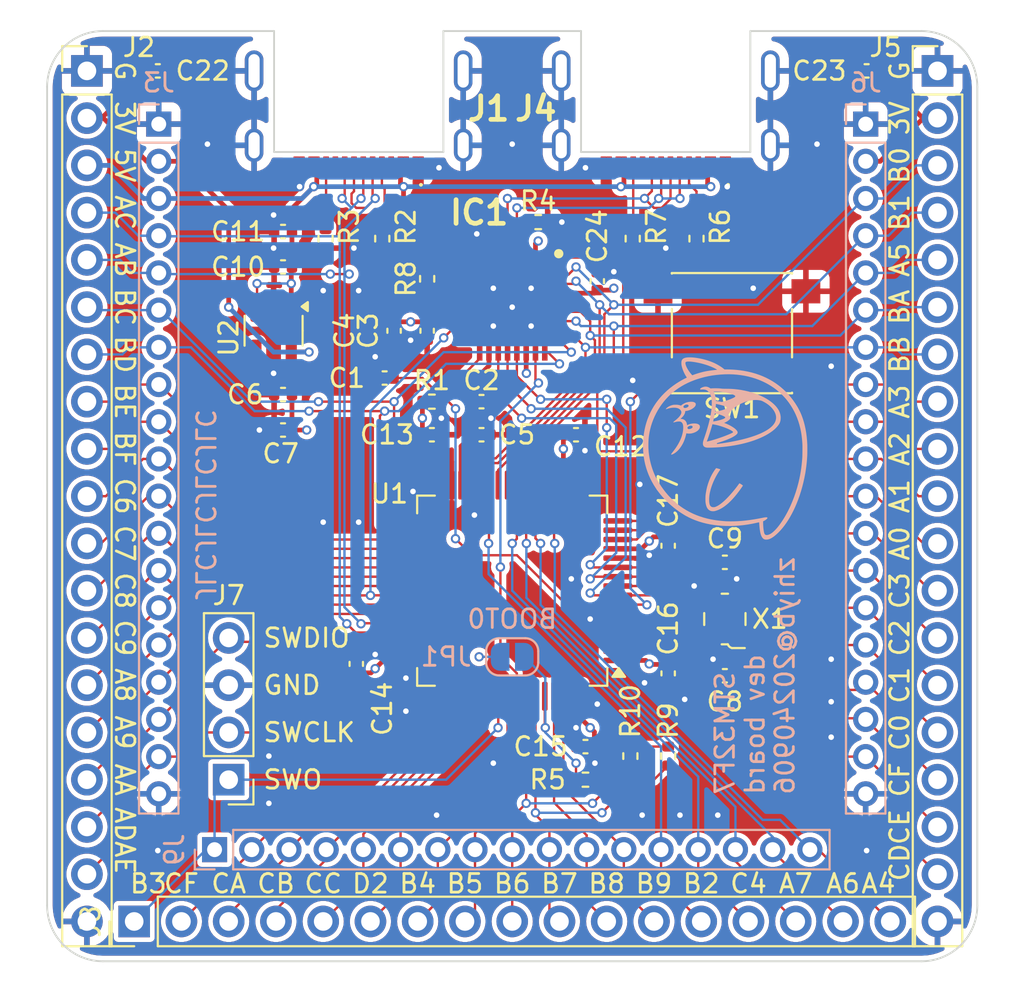
<source format=kicad_pcb>
(kicad_pcb (version 20240108) (generator "pcbnew") (generator_version "8.0")
  (layers (0 "F.Cu" signal) (1 "In1.Cu" signal) (2 "In2.Cu" signal) (31 "B.Cu" signal) (34 "B.Paste" user) (35 "F.Paste" user) (36 "B.SilkS" user "B.Silkscreen") (37 "F.SilkS" user "F.Silkscreen") (38 "B.Mask" user) (39 "F.Mask" user) (44 "Edge.Cuts" user))
  (net 0 "")
  (net 1 "GND")
  (net 2 "Net-(IC1-VDD18)")
  (net 3 "VUSB_3V3")
  (net 4 "Net-(IC1-RBIAS)")
  (net 5 "Net-(IC1-VBUS)")
  (net 6 "/STM32F7/F7RST")
  (net 7 "/STM32F7/F7PD2")
  (net 8 "/STM32F7/F7PH1")
  (net 9 "/STM32F7/F7PH0")
  (net 10 "/STM32F7/F7BOOT0")
  (net 11 "/STM32F7/F7DM")
  (net 12 "/STM32F7/F7DP")
  (net 16 "VF7_VBUS")
  (net 21 "/STM32F7/F7PA1")
  (net 22 "/STM32F7/F7PA0")
  (net 23 "/STM32F7/F7PA7")
  (net 24 "/STM32F7/F7PA3")
  (net 25 "/STM32F7/F7PA6")
  (net 26 "/STM32F7/F7PA2")
  (net 27 "/STM32F7/F7PA4")
  (net 28 "/STM32F7/F7PA5")
  (net 29 "/STM32F7/F7PA10")
  (net 30 "/STM32F7/F7PA12")
  (net 31 "/STM32F7/F7PA8")
  (net 32 "/STM32F7/F7PA14")
  (net 33 "/STM32F7/F7PA11")
  (net 34 "/STM32F7/F7PA9")
  (net 35 "/STM32F7/F7PA15")
  (net 36 "/STM32F7/F7PA13")
  (net 37 "/STM32F7/F7PC6")
  (net 38 "/STM32F7/F7PC2")
  (net 39 "/STM32F7/F7PC7")
  (net 40 "/STM32F7/F7PC0")
  (net 41 "/STM32F7/F7PC3")
  (net 42 "/STM32F7/F7PC1")
  (net 43 "/STM32F7/F7PC4")
  (net 44 "/STM32F7/F7PC10")
  (net 45 "/STM32F7/F7PC12")
  (net 46 "/STM32F7/F7PC13")
  (net 47 "/STM32F7/F7PC9")
  (net 48 "/STM32F7/F7PC14")
  (net 49 "/STM32F7/F7PC11")
  (net 50 "/STM32F7/F7PC8")
  (net 51 "/STM32F7/F7PC15")
  (net 52 "/STM32F7/F7PB3")
  (net 53 "/STM32F7/F7PB4")
  (net 54 "/STM32F7/F7PB5")
  (net 55 "/STM32F7/F7PB0")
  (net 56 "/STM32F7/F7PB6")
  (net 57 "/STM32F7/F7PB7")
  (net 58 "/STM32F7/F7PB2")
  (net 59 "/STM32F7/F7PB1")
  (net 60 "/STM32F7/F7PB8")
  (net 61 "/STM32F7/F7PB11")
  (net 62 "/STM32F7/F7PB14")
  (net 63 "/STM32F7/F7PB15")
  (net 64 "/STM32F7/F7PB12")
  (net 65 "/STM32F7/F7PB10")
  (net 66 "/STM32F7/F7PB13")
  (net 67 "/STM32F7/F7PB9")
  (net 68 "Net-(U1-VCAP_1)")
  (net 69 "Net-(J1-CC2)")
  (net 72 "Net-(J1-CC1)")
  (net 73 "VF7")
  (net 76 "Net-(J4-CC1)")
  (net 77 "Net-(J4-CC2)")
  (footprint "Capacitor_SMD:C_0402_1005Metric" (layer "F.Cu") (at 70.428 86.11 -90)
    (property "Reference" "C3")
    (property "Value" "1u")
  )
  (footprint "Oscillator:Oscillator_SMD_ECS_2520MV-xxx-xx-4Pin_2.5x2.0mm" (layer "F.Cu") (at 86.43 101.604 180)
    (property "Reference" "X1")
    (property "Value" "ECX-2236B")
  )
  (footprint "Button_Switch_SMD:SW_Push_1P1T_NO_6x6mm_H9.5mm" (layer "F.Cu") (at 86.811 86.237 180)
    (property "Reference" "SW1")
    (property "Value" "SW_Push")
  )
  (footprint "Resistor_SMD:R_0402_1005Metric" (layer "F.Cu") (at 70.428 83.316 90)
    (property "Reference" "R8")
    (property "Value" "20k")
  )
  (footprint "Connector_PinHeader_2.54mm:PinHeader_1x04_P2.54mm_Vertical" (layer "F.Cu") (at 59.76 110.24 180)
    (property "Reference" "J7")
    (property "Value" "Conn_01x04_Pin")
  )
  (footprint "Capacitor_SMD:C_0402_1005Metric" (layer "F.Cu") (at 55.95 72.14)
    (property "Reference" "C22")
    (property "Value" "100n")
  )
  (footprint "Capacitor_SMD:C_0402_1005Metric" (layer "F.Cu") (at 73.349 91.698)
    (property "Reference" "C5")
    (property "Value" "4u7")
  )
  (footprint "Resistor_SMD:R_0402_1005Metric" (layer "F.Cu") (at 81.35 108.97 -90)
    (property "Reference" "R10")
    (property "Value" "2k2")
  )
  (footprint "Capacitor_SMD:C_0402_1005Metric" (layer "F.Cu") (at 83.382 104.525 -90)
    (property "Reference" "C16")
    (property "Value" "100n")
  )
  (footprint "Resistor_SMD:R_0402_1005Metric" (layer "F.Cu") (at 76.397 80.268)
    (property "Reference" "R4")
    (property "Value" "10k")
  )
  (footprint "Resistor_SMD:R_0402_1005Metric" (layer "F.Cu") (at 70.682 89.92)
    (property "Reference" "R1")
    (property "Value" "10k")
  )
  (footprint "Resistor_SMD:R_0402_1005Metric" (layer "F.Cu") (at 84.906 81.157 -90)
    (property "Reference" "R6")
    (property "Value" "5k1")
  )
  (footprint "Connector_PinHeader_2.54mm:PinHeader_1x19_P2.54mm_Vertical" (layer "F.Cu") (at 97.86 72.14)
    (property "Reference" "J5")
    (property "Value" "Conn_01x19")
  )
  (footprint "Library:QFN50P500X500X100-33N-D" (layer "F.Cu") (at 75 84.84 -90)
    (property "Reference" "IC1")
    (property "Value" "USB3370B-EZK-TR" (hide yes))
  )
  (footprint "Capacitor_SMD:C_0402_1005Metric" (layer "F.Cu") (at 62.681 82.681 180)
    (property "Reference" "C10")
    (property "Value" "4u7")
  )
  (footprint "Resistor_SMD:R_0402_1005Metric" (layer "F.Cu") (at 68.015 81.157 -90)
    (property "Reference" "R2")
    (property "Value" "5k1")
  )
  (footprint "Capacitor_SMD:C_0402_1005Metric" (layer "F.Cu") (at 68.65 86.11 -90)
    (property "Reference" "C4")
    (property "Value" "100n")
  )
  (footprint "Connector_PinHeader_2.54mm:PinHeader_1x19_P2.54mm_Vertical" (layer "F.Cu") (at 52.14 72.14)
    (property "Reference" "J2")
    (property "Value" "Conn_01x19")
  )
  (footprint "Capacitor_SMD:C_0402_1005Metric" (layer "F.Cu") (at 62.681 89.539 180)
    (property "Reference" "C6")
    (property "Value" "100n")
  )
  (footprint "Capacitor_SMD:C_0402_1005Metric" (layer "F.Cu") (at 79.572 83.443 90)
    (property "Reference" "C24")
    (property "Value" "100n")
  )
  (footprint "Connector_PinHeader_2.54mm:PinHeader_1x17_P2.54mm_Vertical" (layer "F.Cu") (at 54.68 117.86 90)
    (property "Reference" "J8")
    (property "Value" "Conn_01x17")
  )
  (footprint "Capacitor_SMD:C_0402_1005Metric" (layer "F.Cu") (at 62.681 91.444 180)
    (property "Reference" "C7")
    (property "Value" "4u7")
  )
  (footprint "Resistor_SMD:R_0402_1005Metric" (layer "F.Cu") (at 78.937 110.24)
    (property "Reference" "R5")
    (property "Value" "10k")
  )
  (footprint "Resistor_SMD:R_0402_1005Metric" (layer "F.Cu") (at 64.967 81.157 -90)
    (property "Reference" "R3")
    (property "Value" "5k1")
  )
  (footprint "Library:2169900001" (layer "F.Cu") (at 83.255 73.664 180)
    (property "Reference" "J4")
    (property "Value" "216990-0001" (hide yes))
  )
  (footprint "Package_QFP:LQFP-64_10x10mm_P0.5mm" (layer "F.Cu") (at 75 100.08 180)
    (property "Reference" "U1")
    (property "Value" "STM32F722RETx")
  )
  (footprint "Capacitor_SMD:C_0402_1005Metric" (layer "F.Cu") (at 62.681 80.776 180)
    (property "Reference" "C11")
    (property "Value" "100n")
  )
  (footprint "Capacitor_SMD:C_0402_1005Metric" (layer "F.Cu") (at 66.618 104.017 90)
    (property "Reference" "C14")
    (property "Value" "100n")
  )
  (footprint "Capacitor_SMD:C_0402_1005Metric" (layer "F.Cu") (at 86.43 98.556)
    (property "Reference" "C9")
    (property "Value" "7p")
  )
  (footprint "Capacitor_SMD:C_0402_1005Metric" (layer "F.Cu") (at 86.43 104.652 180)
    (property "Reference" "C8")
    (property "Value" "7p")
  )
  (footprint "Capacitor_SMD:C_0402_1005Metric" (layer "F.Cu") (at 68.142 88.65 180)
    (property "Reference" "C1")
    (property "Value" "100n")
  )
  (footprint "Capacitor_SMD:C_0402_1005Metric" (layer "F.Cu") (at 78.429 91.698)
    (property "Reference" "C12")
    (property "Value" "100n")
  )
  (footprint "Package_TO_SOT_SMD:SOT-23-5" (layer "F.Cu") (at 62.173 86.11 -90)
    (property "Reference" "U2")
    (property "Value" "AP2112K-3.3")
  )
  (footprint "Resistor_SMD:R_0402_1005Metric" (layer "F.Cu") (at 83.382 108.97 -90)
    (property "Reference" "R9")
    (property "Value" "2k2")
  )
  (footprint "Capacitor_SMD:C_0402_1005Metric" (layer "F.Cu") (at 70.682 91.698)
    (property "Reference" "C13")
    (property "Value" "100n")
  )
  (footprint "Library:2169900001" (layer "F.Cu") (at 66.745 73.664 180)
    (property "Reference" "J1")
    (property "Value" "216990-0001" (hide yes))
  )
  (footprint "Capacitor_SMD:C_0402_1005Metric" (layer "F.Cu") (at 83.382 97.667 -90)
    (property "Reference" "C17")
    (property "Value" "100n")
  )
  (footprint "Capacitor_SMD:C_0402_1005Metric" (layer "F.Cu") (at 94.05 72.14 180)
    (property "Reference" "C23")
    (property "Value" "100n")
  )
  (footprint "Capacitor_SMD:C_0402_1005Metric" (layer "F.Cu") (at 78.937 108.462 180)
    (property "Reference" "C15")
    (property "Value" "100n")
  )
  (footprint "Capacitor_SMD:C_0402_1005Metric" (layer "F.Cu") (at 73.349 89.92)
    (property "Reference" "C2")
    (property "Value" "1u")
  )
  (footprint "Resistor_SMD:R_0402_1005Metric" (layer "F.Cu") (at 81.477 81.157 -90)
    (property "Reference" "R7")
    (property "Value" "5k1")
  )
  (footprint "Jumper:SolderJumper-2_P1.3mm_Open_RoundedPad1.0x1.5mm" (layer "B.Cu") (at 75 103.636)
    (property "Reference" "JP1")
    (property "Value" "SolderJumper_2_Open")
  )
  (footprint "LOGO" (layer "B.Cu") (at 86.43 92.46 -90)
    (property "Reference" "" (hide yes))
    (property "Value" "LOGO" (hide yes))
  )
  (footprint "Connector_PinSocket_2.00mm:PinSocket_1x17_P2.00mm_Vertical" (layer "B.Cu") (at 59 114 -90)
    (property "Reference" "J9")
    (property "Value" "Conn_01x17")
  )
  (footprint "Connector_PinSocket_2.00mm:PinSocket_1x19_P2.00mm_Vertical" (layer "B.Cu") (at 56 75 180)
    (property "Reference" "J3")
    (property "Value" "Conn_01x19")
  )
  (footprint "Connector_PinSocket_2.00mm:PinSocket_1x19_P2.00mm_Vertical" (layer "B.Cu") (at 94 75 180)
    (property "Reference" "J6")
    (property "Value" "Conn_01x19")
  )
  (footprint "LOGO" (layer "B.Cu") (at 86.43 92.46 -90)
    (property "Reference" "" (hide yes))
    (property "Value" "LOGO" (hide yes))
  )
  (gr_line (start 71.3 76.5) (end 71.3 70) (stroke (width 0.1)) (layer "Edge.Cuts"))
  (gr_line (start 62.2 70) (end 62.2 76.5) (stroke (width 0.1)) (layer "Edge.Cuts"))
  (gr_line (start 62.2 76.5) (end 71.3 76.5) (stroke (width 0.1)) (layer "Edge.Cuts"))
  (gr_line (start 78.7 70) (end 71.3 70) (stroke (width 0.1)) (layer "Edge.Cuts"))
  (gr_line (start 53 120) (end 97 120) (stroke (width 0.1)) (layer "Edge.Cuts"))
  (gr_line (start 100 117) (end 100 73) (stroke (width 0.1)) (layer "Edge.Cuts"))
  (gr_arc (start 50 73) (mid 50.87868 70.87868) (end 53 70) (stroke (width 0.1)) (layer "Edge.Cuts"))
  (gr_line (start 87.8 76.5) (end 87.8 70) (stroke (width 0.1)) (layer "Edge.Cuts"))
  (gr_line (start 97 70) (end 87.8 70) (stroke (width 0.1)) (layer "Edge.Cuts"))
  (gr_arc (start 97 70) (mid 99.12132 70.87868) (end 100 73) (stroke (width 0.1)) (layer "Edge.Cuts"))
  (gr_arc (start 100 117) (mid 99.12132 119.12132) (end 97 120) (stroke (width 0.1)) (layer "Edge.Cuts"))
  (gr_line (start 50 73) (end 50 117) (stroke (width 0.1)) (layer "Edge.Cuts"))
  (gr_line (start 62.2 70) (end 53 70) (stroke (width 0.1)) (layer "Edge.Cuts"))
  (gr_arc (start 53 120) (mid 50.87868 119.12132) (end 50 117) (stroke (width 0.1)) (layer "Edge.Cuts"))
  (gr_line (start 78.7 70) (end 78.7 76.5) (stroke (width 0.1)) (layer "Edge.Cuts"))
  (gr_line (start 78.7 76.5) (end 87.8 76.5) (stroke (width 0.1)) (layer "Edge.Cuts"))
  (gr_text "BOOT0" (at 75 101.604 0) (layer "B.SilkS") (effects (font (size 1 1)) (justify mirror)))
  (gr_text "STM32F7\ndev board\nzhiyb@20240906" (at 90.24 111.129 90) (layer "B.SilkS") (effects (font (size 1 1)) (justify right bottom mirror)))
  (gr_text "JLCJLCJLCJLC" (at 58.49 100.715 -90) (layer "B.SilkS") (effects (font (size 1 1)) (justify left mirror)))
  (gr_text "AD" (at 54.172 112.653 270) (layer "F.SilkS") (effects (font (size 1 1))))
  (gr_text "C2" (at 95.828 102.62 90) (layer "F.SilkS") (effects (font (size 1 1))))
  (gr_text "CF" (at 57.22 115.828 0) (layer "F.SilkS") (effects (font (size 1 1))))
  (gr_text "SWCLK" (at 61.538 107.7 0) (layer "F.SilkS") (effects (font (size 1 1)) (justify left)))
  (gr_text "A8" (at 54.172 105.16 270) (layer "F.SilkS") (effects (font (size 1 1))))
  (gr_text "CB" (at 62.3 115.828 0) (layer "F.SilkS") (effects (font (size 1 1))))
  (gr_text "B6" (at 75 115.828 0) (layer "F.SilkS") (effects (font (size 1 1))))
  (gr_text "B5" (at 72.46 115.828 0) (layer "F.SilkS") (effects (font (size 1 1))))
  (gr_text "C6" (at 54.172 95 270) (layer "F.SilkS") (effects (font (size 1 1))))
  (gr_text "SWO" (at 61.538 110.24 0) (layer "F.SilkS") (effects (font (size 1 1)) (justify left)))
  (gr_text "AC" (at 54.172 79.76 270) (layer "F.SilkS") (effects (font (size 1 1))))
  (gr_text "B9" (at 82.62 115.828 0) (layer "F.SilkS") (effects (font (size 1 1))))
  (gr_text "B3" (at 55.442 115.828 0) (layer "F.SilkS") (effects (font (size 1 1))))
  (gr_text "CC" (at 64.84 115.828 0) (layer "F.SilkS") (effects (font (size 1 1))))
  (gr_text "3V" (at 54.172 74.68 270) (layer "F.SilkS") (effects (font (size 1 1))))
  (gr_text "G" (at 54.172 72.14 270) (layer "F.SilkS") (effects (font (size 1 1))))
  (gr_text "CE" (at 95.828 112.78 90) (layer "F.SilkS") (effects (font (size 1 1))))
  (gr_text "CA" (at 59.76 115.828 0) (layer "F.SilkS") (effects (font (size 1 1))))
  (gr_text "C4" (at 87.7 115.828 0) (layer "F.SilkS") (effects (font (size 1 1))))
  (gr_text "BB" (at 95.828 87.38 90) (layer "F.SilkS") (effects (font (size 1 1))))
  (gr_text "5V" (at 54.172 77.22 270) (layer "F.SilkS") (effects (font (size 1 1))))
  (gr_text "A0" (at 95.828 97.54 90) (layer "F.SilkS") (effects (font (size 1 1))))
  (gr_text "BA" (at 95.828 84.84 90) (layer "F.SilkS") (effects (font (size 1 1))))
  (gr_text "C0" (at 95.828 107.7 90) (layer "F.SilkS") (effects (font (size 1 1))))
  (gr_text "AA" (at 54.172 110.24 270) (layer "F.SilkS") (effects (font (size 1 1))))
  (gr_text "A2" (at 95.828 92.46 90) (layer "F.SilkS") (effects (font (size 1 1))))
  (gr_text "AB" (at 54.172 82.3 270) (layer "F.SilkS") (effects (font (size 1 1))))
  (gr_text "CD" (at 95.828 114.685 90) (layer "F.SilkS") (effects (font (size 1 1))))
  (gr_text "BE" (at 54.172 89.92 270) (layer "F.SilkS") (effects (font (size 1 1))))
  (gr_text "AE" (at 54.172 114.431 270) (layer "F.SilkS") (effects (font (size 1 1))))
  (gr_text "G" (at 95.828 72.14 90) (layer "F.SilkS") (effects (font (size 1 1))))
  (gr_text "3V" (at 95.828 74.68 90) (layer "F.SilkS") (effects (font (size 1 1))))
  (gr_text "A9" (at 54.172 107.7 270) (layer "F.SilkS") (effects (font (size 1 1))))
  (gr_text "B4" (at 69.92 115.828 0) (layer "F.SilkS") (effects (font (size 1 1))))
  (gr_text "B7" (at 77.54 115.828 0) (layer "F.SilkS") (effects (font (size 1 1))))
  (gr_text "D2" (at 67.38 115.828 0) (layer "F.SilkS") (effects (font (size 1 1))))
  (gr_text "C8" (at 54.172 100.08 270) (layer "F.SilkS") (effects (font (size 1 1))))
  (gr_text "C3" (at 95.828 100.08 90) (layer "F.SilkS") (effects (font (size 1 1))))
  (gr_text "BD" (at 54.172 87.38 270) (layer "F.SilkS") (effects (font (size 1 1))))
  (gr_text "A6" (at 92.78 115.828 0) (layer "F.SilkS") (effects (font (size 1 1))))
  (gr_text "B1" (at 95.828 79.76 90) (layer "F.SilkS") (effects (font (size 1 1))))
  (gr_text "A3" (at 95.828 89.92 90) (layer "F.SilkS") (effects (font (size 1 1))))
  (gr_text "B0" (at 95.828 77.22 90) (layer "F.SilkS") (effects (font (size 1 1))))
  (gr_text "BF" (at 54.172 92.46 270) (layer "F.SilkS") (effects (font (size 1 1))))
  (gr_text "C7" (at 54.172 97.54 270) (layer "F.SilkS") (effects (font (size 1 1))))
  (gr_text "SWDIO" (at 61.538 102.62 0) (layer "F.SilkS") (effects (font (size 1 1)) (justify left)))
  (gr_text "A5" (at 95.828 82.3 90) (layer "F.SilkS") (effects (font (size 1 1))))
  (gr_text "B2" (at 85.16 115.828 0) (layer "F.SilkS") (effects (font (size 1 1))))
  (gr_text "A1" (at 95.828 95 90) (layer "F.SilkS") (effects (font (size 1 1))))
  (gr_text "CF" (at 95.828 110.24 90) (layer "F.SilkS") (effects (font (size 1 1))))
  (gr_text "B8" (at 80.08 115.828 0) (layer "F.SilkS") (effects (font (size 1 1))))
  (gr_text "GND" (at 61.538 105.16 0) (layer "F.SilkS") (effects (font (size 1 1)) (justify left)))
  (gr_text "C1" (at 95.828 105.16 90) (layer "F.SilkS") (effects (font (size 1 1))))
  (gr_text "A7" (at 90.24 115.828 0) (layer "F.SilkS") (effects (font (size 1 1))))
  (gr_text "C9" (at 54.172 102.62 270) (layer "F.SilkS") (effects (font (size 1 1))))
  (gr_text "BC" (at 54.172 84.84 270) (layer "F.SilkS") (effects (font (size 1 1))))
  (gr_text "A4" (at 94.685 115.828 0) (layer "F.SilkS") (effects (font (size 1 1))))
  (segment (start 86.91 99.29) (end 87.065 99.445) (width 0.127) (layer "F.Cu") (net 1))
  (segment (start 62.201 80.776) (end 62.201 81.637) (width 0.254) (layer "F.Cu") (net 1))
  (segment (start 80.675 98.33) (end 82.211 98.33) (width 0.254) (layer "F.Cu") (net 1))
  (segment (start 78.25 107.267) (end 78.429 107.446) (width 0.254) (layer "F.Cu") (net 1))
  (segment (start 76.907 80.268) (end 77.667 80.268) (width 0.127) (layer "F.Cu") (net 1))
  (segment (start 79.447 109.353) (end 79.445 109.351) (width 0.254) (layer "F.Cu") (net 1))
  (segment (start 67.606 103.537) (end 67.634 103.509) (width 0.254) (layer "F.Cu") (net 1))
  (segment (start 78.457 107.474) (end 78.429 107.446) (width 0.254) (layer "F.Cu") (net 1))
  (segment (start 64.967 81.667) (end 66.489 81.667) (width 0.127) (layer "F.Cu") (net 1))
  (segment (start 71.162 92.559) (end 71.162 91.698) (width 0.254) (layer "F.Cu") (net 1))
  (segment (start 85.95 104.652) (end 85.95 103.918) (width 0.127) (layer "F.Cu") (net 1))
  (segment (start 71.75 93.147) (end 71.162 92.559) (width 0.254) (layer "F.Cu") (net 1))
  (segment (start 79.447 110.24) (end 79.447 109.353) (width 0.254) (layer "F.Cu") (net 1))
  (segment (start 66.493 81.667) (end 66.491 81.665) (width 0.127) (layer "F.Cu") (net 1))
  (segment (start 82.394 98.147) (end 82.366 98.175) (width 0.254) (layer "F.Cu") (net 1))
  (segment (start 83.253 81.667) (end 83.255 81.665) (width 0.127) (layer "F.Cu") (net 1))
  (segment (start 79.572 82.963) (end 80.433 82.963) (width 0.254) (layer "F.Cu") (net 1))
  (segment (start 63.695 78.238) (end 63.57 78.363) (width 0.254) (layer "F.Cu") (net 1))
  (segment (start 86.305 78.111) (end 86.557 78.363) (width 0.254) (layer "F.Cu") (net 1))
  (segment (start 84.906 81.667) (end 83.257 81.667) (width 0.127) (layer "F.Cu") (net 1))
  (segment (start 78.25 94.405) (end 78.25 93.2105) (width 0.254) (layer "F.Cu") (net 1))
  (segment (start 86.305 77.289) (end 86.305 78.111) (width 0.254) (layer "F.Cu") (net 1))
  (segment (start 62.201 81.637) (end 62.173 81.665) (width 0.254) (layer "F.Cu") (net 1))
  (segment (start 73.829 90.781) (end 73.857 90.809) (width 0.254) (layer "F.Cu") (net 1))
  (segment (start 73.829 90.837) (end 73.857 90.809) (width 0.254) (layer "F.Cu") (net 1))
  (segment (start 73.25 82.39) (end 73.25 81.058) (width 0.254) (layer "F.Cu") (net 1))
  (segment (start 87.155 100.679) (end 87.155 99.535) (width 0.127) (layer "F.Cu") (net 1))
  (segment (start 71.162 91.698) (end 71.162 90.837) (width 0.254) (layer "F.Cu") (net 1))
  (segment (start 71.162 90.837) (end 71.19 90.809) (width 0.254) (layer "F.Cu") (net 1))
  (segment (start 66.618 103.537) (end 67.606 103.537) (width 0.254) (layer "F.Cu") (net 1))
  (segment (start 62.201 82.681) (end 62.201 81.693) (width 0.254) (layer "F.Cu") (net 1))
  (segment (start 69.853 77.347) (end 69.795 77.289) (width 0.254) (layer "F.Cu") (net 1))
  (segment (start 69.325 103.33) (end 67.813 103.33) (width 0.254) (layer "F.Cu") (net 1))
  (segment (start 71.063 77.347) (end 69.853 77.347) (width 0.254) (layer "F.Cu") (net 1))
  (segment (start 83.382 98.147) (end 82.394 98.147) (width 0.254) (layer "F.Cu") (net 1))
  (segment (start 66.489 81.667) (end 66.491 81.665) (width 0.127) (layer "F.Cu") (net 1))
  (segment (start 63.695 77.289) (end 63.695 78.238) (width 0.254) (layer "F.Cu") (net 1))
  (segment (start 80.433 82.963) (end 80.461 82.935) (width 0.254) (layer "F.Cu") (net 1))
  (segment (start 62.201 80.776) (end 62.201 79.915) (width 0.254) (layer "F.Cu") (net 1))
  (segment (start 62.201 81.693) (end 62.173 81.665) (width 0.254) (layer "F.Cu") (net 1))
  (segment (start 73.829 91.698) (end 73.829 90.837) (width 0.254) (layer "F.Cu") (net 1))
  (segment (start 73.25 81.058) (end 73.095 80.903) (width 0.254) (layer "F.Cu") (net 1))
  (segment (start 69.511 86.59) (end 69.539 86.618) (width 0.254) (layer "F.Cu") (net 1))
  (segment (start 78.909 92.5515) (end 78.909 91.698) (width 0.254) (layer "F.Cu") (net 1))
  (segment (start 87.155 99.535) (end 87.065 99.445) (width 0.127) (layer "F.Cu") (net 1))
  (segment (start 81.477 81.667) (end 83.253 81.667) (width 0.127) (layer "F.Cu") (net 1))
  (segment (start 62.201 91.444) (end 61.411 91.444) (width 0.254) (layer "F.Cu") (net 1))
  (segment (start 78.25 93.2105) (end 78.909 92.5515) (width 0.254) (layer "F.Cu") (net 1))
  (segment (start 70.428 86.59) (end 69.567 86.59) (width 0.254) (layer "F.Cu") (net 1))
  (segment (start 85.705 102.529) (end 85.705 103.673) (width 0.127) (layer "F.Cu") (net 1))
  (segment (start 80.147 77.347) (end 80.205 77.289) (width 0.254) (layer "F.Cu") (net 1))
  (segment (start 73.829 89.92) (end 73.829 90.781) (width 0.254) (layer "F.Cu") (net 1))
  (segment (start 62.201 79.915) (end 62.173 79.887) (width 0.254) (layer "F.Cu") (net 1))
  (segment (start 68.015 81.667) (end 66.493 81.667) (width 0.127) (layer "F.Cu") (net 1))
  (segment (start 71.75 94.405) (end 71.75 93.147) (width 0.254) (layer "F.Cu") (net 1))
  (segment (start 86.91 98.556) (end 86.91 99.29) (width 0.127) (layer "F.Cu") (net 1))
  (segment (start 78.25 105.755) (end 78.25 107.267) (width 0.254) (layer "F.Cu") (net 1))
  (segment (start 67.813 103.33) (end 67.634 103.509) (width 0.254) (layer "F.Cu") (net 1))
  (segment (start 85.705 103.673) (end 85.795 103.763) (width 0.127) (layer "F.Cu") (net 1))
  (segment (start 78.937 77.347) (end 80.147 77.347) (width 0.254) (layer "F.Cu") (net 1))
  (segment (start 69.567 86.59) (end 69.539 86.618) (width 0.254) (layer "F.Cu") (net 1))
  (segment (start 68.65 86.59) (end 69.511 86.59) (width 0.254) (layer "F.Cu") (net 1))
  (segment (start 78.457 108.462) (end 78.457 107.474) (width 0.254) (layer "F.Cu") (net 1))
  (segment (start 82.211 98.33) (end 82.366 98.175) (width 0.254) (layer "F.Cu") (net 1))
  (segment (start 85.95 103.918) (end 85.795 103.763) (width 0.127) (layer "F.Cu") (net 1))
  (segment (start 83.257 81.667) (end 83.255 81.665) (width 0.127) (layer "F.Cu") (net 1))
  (via (at 78.429 107.446) (size 0.5) (drill 0.3) (layers "F.Cu" "B.Cu") (net 1))
  (via (at 76.016 85.856) (size 0.5) (drill 0.3) (layers "F.Cu" "B.Cu") (net 1))
  (via (at 92.145 107.954) (size 0.5) (drill 0.3) (layers "F.Cu" "B.Cu") (net 1))
  (via (at 69.539 86.618) (size 0.5) (drill 0.3) (layers "F.Cu" "B.Cu") (net 1))
  (via (at 61.411 91.444) (size 0.5) (drill 0.3) (layers "F.Cu" "B.Cu") (net 1))
  (via (at 92.145 88.015) (size 0.5) (drill 0.3) (layers "F.Cu" "B.Cu") (net 1))
  (via (at 66.745 83.951) (size 0.5) (drill 0.3) (layers "F.Cu" "B.Cu") (net 1))
  (via (at 64.84 96.397) (size 0.5) (drill 0.3) (layers "F.Cu" "B.Cu") (net 1))
  (via (at 82.366 98.175) (size 0.5) (drill 0.3) (layers "F.Cu" "B.Cu") (net 1))
  (via (at 82.112 105.033) (size 0.5) (drill 0.3) (layers "F.Cu" "B.Cu") (net 1))
  (via (at 81.985 112.145) (size 0.5) (drill 0.3) (layers "F.Cu" "B.Cu") (net 1))
  (via (at 86.557 78.363) (size 0.5) (drill 0.3) (layers "F.Cu" "B.Cu") (net 1))
  (via (at 86.049 112.145) (size 0.5) (drill 0.3) (layers "F.Cu" "B.Cu") (net 1))
  (via (at 91.383 76.077) (size 0.5) (drill 0.3) (layers "F.Cu" "B.Cu") (net 1))
  (via (at 84.779 99.826) (size 0.5) (drill 0.3) (layers "F.Cu" "B.Cu") (net 1))
  (via (at 84.271 105.922) (size 0.5) (drill 0.3) (layers "F.Cu" "B.Cu") (net 1))
  (via (at 73.857 90.809) (size 0.5) (drill 0.3) (layers "F.Cu" "B.Cu") (net 1))
  (via (at 92.145 106.049) (size 0.5) (drill 0.3) (layers "F.Cu" "B.Cu") (net 1))
  (via (at 94.05 114.05) (size 0.5) (drill 0.3) (layers "F.Cu" "B.Cu") (net 1))
  (via (at 67.634 103.509) (size 0.5) (drill 0.3) (layers "F.Cu" "B.Cu") (net 1))
  (via (at 73.984 109.351) (size 0.5) (drill 0.3) (layers "F.Cu" "B.Cu") (net 1))
  (via (at 79.445 109.351) (size 0.5) (drill 0.3) (layers "F.Cu" "B.Cu") (net 1))
  (via (at 67.634 87.507) (size 0.5) (drill 0.3) (layers "F.Cu" "B.Cu") (net 1))
  (via (at 79.191 101.604) (size 0.5) (drill 0.3) (layers "F.Cu" "B.Cu") (net 1))
  (via (at 87.954 83.824) (size 0.5) (drill 0.3) (layers "F.Cu" "B.Cu") (net 1))
  (via (at 73.984 85.856) (size 0.5) (drill 0.3) (layers "F.Cu" "B.Cu") (net 1))
  (via (at 78.175 99.445) (size 0.5) (drill 0.3) (layers "F.Cu" "B.Cu") (net 1))
  (via (at 62.173 79.887) (size 0.5) (drill 0.3) (layers "F.Cu" "B.Cu") (net 1))
  (via (at 63.57 78.363) (size 0.5) (drill 0.3) (layers "F.Cu" "B.Cu") (net 1))
  (via (at 85.795 103.763) (size 0.5) (drill 0.3) (layers "F.Cu" "B.Cu") (net 1))
  (via (at 62.173 81.665) (size 0.5) (drill 0.3) (layers "F.Cu" "B.Cu") (net 1))
  (via (at 69.285 104.779) (size 0.5) (drill 0.3) (layers "F.Cu" "B.Cu") (net 1))
  (via (at 66.491 81.665) (size 0.5) (drill 0.3) (layers "F.Cu" "B.Cu") (net 1))
  (via (at 64.84 83.951) (size 0.5) (drill 0.3) (layers "F.Cu" "B.Cu") (net 1))
  (via (at 81.858 94.365) (size 0.5) (drill 0.3) (layers "F.Cu" "B.Cu") (net 1))
  (via (at 71.19 90.809) (size 0.5) (drill 0.3) (layers "F.Cu" "B.Cu") (net 1))
  (via (at 87.065 99.445) (size 0.5) (drill 0.3) (layers "F.Cu" "B.Cu") (net 1))
  (via (at 61.919 111.51) (size 0.5) (drill 0.3) (layers "F.Cu" "B.Cu") (net 1))
  (via (at 66.745 96.397) (size 0.5) (drill 0.3) (layers "F.Cu" "B.Cu") (net 1))
  (via (at 69.285 106.557) (size 0.5) (drill 0.3) (layers "F.Cu" "B.Cu") (net 1))
  (via (at 73.984 83.824) (size 0.5) (drill 0.3) (layers "F.Cu" "B.Cu") (net 1))
  (via (at 83.255 81.665) (size 0.5) (drill 0.3) (layers "F.Cu" "B.Cu") (net 1))
  (via (at 55.95 114.05) (size 0.5) (drill 0.3) (layers "F.Cu" "B.Cu") (net 1))
  (via (at 77.667 80.268) (size 0.5) (drill 0.3) (layers "F.Cu" "B.Cu") (net 1))
  (via (at 76.016 83.824) (size 0.5) (drill 0.3) (layers "F.Cu" "B.Cu") (net 1))
  (via (at 80.461 82.935) (size 0.5) (drill 0.3) (layers "F.Cu" "B.Cu") (net 1))
  (via (at 69.666 94.746) (size 0.5) (drill 0.3) (layers "F.Cu" "B.Cu") (net 1))
  (via (at 75 84.84) (size 0.5) (drill 0.3) (layers "F.Cu" "B.Cu") (net 1))
  (via (at 62.173 88.396) (size 0.5) (drill 0.3) (layers "F.Cu" "B.Cu") (net 1))
  (via (at 75 76.077) (size 0.5) (drill 0.3) (layers "F.Cu" "B.Cu") (net 1))
  (via (at 78.937 77.347) (size 0.5) (drill 0.3) (layers "F.Cu" "B.Cu") (net 1))
  (via (at 84.017 112.145) (size 0.5) (drill 0.3) (layers "F.Cu" "B.Cu") (net 1))
  (via (at 58.617 76.077) (size 0.5) (drill 0.3) (layers "F.Cu" "B.Cu") (net 1))
  (via (at 70.936 112.145) (size 0.5) (drill 0.3) (layers "F.Cu" "B.Cu") (net 1))
  (via (at 61.919 108.97) (size 0.5) (drill 0.3) (layers "F.Cu" "B.Cu") (net 1))
  (via (at 79.572 106.176) (size 0.5) (drill 0.3) (layers "F.Cu" "B.Cu") (net 1))
  (via (at 71.063 77.347) (size 0.5) (drill 0.3) (layers "F.Cu" "B.Cu") (net 1))
  (via (at 72.968 96.016) (size 0.5) (drill 0.3) (layers "F.Cu" "B.Cu") (net 1))
  (via (at 92.145 103.763) (size 0.5) (drill 0.3) (layers "F.Cu" "B.Cu") (net 1))
  (via (at 73.095 80.903) (size 0.5) (drill 0.3) (layers "F.Cu" "B.Cu") (net 1))
  (via (at 81.477 88.777) (size 0.5) (drill 0.3) (layers "F.Cu" "B.Cu") (net 1))
  (via (at 78.909 92.5515) (size 0.5) (drill 0.3) (layers "F.Cu" "B.Cu") (net 1))
  (segment (start 73.75 87.29) (end 73.75 87.995) (width 0.254) (layer "F.Cu") (net 2))
  (segment (start 73.75 87.995) (end 72.869 88.876) (width 0.254) (layer "F.Cu") (net 2))
  (segment (start 72.869 88.876) (end 72.869 89.92) (width 0.254) (layer "F.Cu") (net 2))
  (segment (start 76.25 82.39) (end 76.25 81.431) (width 0.254) (layer "F.Cu") (net 3))
  (segment (start 70.468 85.59) (end 70.428 85.63) (width 0.254) (layer "F.Cu") (net 3))
  (segment (start 76.25 81.431) (end 76.397 81.284) (width 0.254) (layer "F.Cu") (net 3))
  (segment (start 70.428 85.63) (end 68.65 85.63) (width 0.254) (layer "F.Cu") (net 3))
  (segment (start 77.45 84.09) (end 79.405 84.09) (width 0.254) (layer "F.Cu") (net 3))
  (segment (start 75.75 88.384) (end 75.75 87.29) (width 0.254) (layer "F.Cu") (net 3))
  (segment (start 79.572 83.923) (end 80.362 83.923) (width 0.254) (layer "F.Cu") (net 3))
  (segment (start 79.405 84.09) (end 79.572 83.923) (width 0.254) (layer "F.Cu") (net 3))
  (segment (start 80.362 83.923) (end 80.461 83.824) (width 0.254) (layer "F.Cu") (net 3))
  (segment (start 72.55 85.59) (end 70.468 85.59) (width 0.254) (layer "F.Cu") (net 3))
  (segment (start 75.762 88.396) (end 75.75 88.384) (width 0.254) (layer "F.Cu") (net 3))
  (via (at 80.461 83.824) (size 0.5) (drill 0.3) (layers "F.Cu" "B.Cu") (net 3))
  (via (at 75.762 88.396) (size 0.5) (drill 0.3) (layers "F.Cu" "B.Cu") (net 3))
  (via (at 76.397 81.284) (size 0.5) (drill 0.3) (layers "F.Cu" "B.Cu") (net 3))
  (via (at 69.539 85.63) (size 0.5) (drill 0.3) (layers "F.Cu" "B.Cu") (net 3))
  (segment (start 75.75 82.39) (end 75.75 80.405) (width 0.127) (layer "F.Cu") (net 4))
  (segment (start 75.75 80.405) (end 75.887 80.268) (width 0.127) (layer "F.Cu") (net 4))
  (segment (start 71.692 85.09) (end 70.428 83.826) (width 0.254) (layer "F.Cu") (net 5))
  (segment (start 72.55 85.09) (end 71.692 85.09) (width 0.254) (layer "F.Cu") (net 5))
  (segment (start 73.25 87.606) (end 71.192 89.664) (width 0.127) (layer "F.Cu") (net 6))
  (segment (start 82.783 88.487) (end 82.836 88.487) (width 0.127) (layer "F.Cu") (net 6))
  (segment (start 73.25 87.29) (end 73.25 87.606) (width 0.127) (layer "F.Cu") (net 6))
  (segment (start 81.35 89.92) (end 82.783 88.487) (width 0.127) (layer "F.Cu") (net 6))
  (segment (start 82.227 100.83) (end 82.239 100.842) (width 0.127) (layer "F.Cu") (net 6))
  (segment (start 71.571 89.92) (end 71.192 89.92) (width 0.127) (layer "F.Cu") (net 6))
  (segment (start 82.836 88.487) (end 90.786 88.487) (width 0.127) (layer "F.Cu") (net 6))
  (segment (start 75.254 98.175) (end 77.909 100.83) (width 0.127) (layer "F.Cu") (net 6))
  (segment (start 70.175 88.65) (end 71.192 89.667) (width 0.127) (layer "F.Cu") (net 6))
  (segment (start 71.192 89.667) (end 71.192 89.92) (width 0.127) (layer "F.Cu") (net 6))
  (segment (start 80.675 100.83) (end 82.227 100.83) (width 0.127) (layer "F.Cu") (net 6))
  (segment (start 72.841 98.175) (end 75.254 98.175) (width 0.127) (layer "F.Cu") (net 6))
  (segment (start 71.952 97.286) (end 72.841 98.175) (width 0.127) (layer "F.Cu") (net 6))
  (segment (start 71.952 90.301) (end 71.571 89.92) (width 0.127) (layer "F.Cu") (net 6))
  (segment (start 77.909 100.83) (end 80.675 100.83) (width 0.127) (layer "F.Cu") (net 6))
  (segment (start 71.192 89.664) (end 71.192 89.92) (width 0.127) (layer "F.Cu") (net 6))
  (segment (start 68.622 88.65) (end 70.175 88.65) (width 0.127) (layer "F.Cu") (net 6))
  (via (at 82.239 100.842) (size 0.5) (drill 0.3) (layers "F.Cu" "B.Cu") (net 6))
  (via (at 71.952 90.301) (size 0.5) (drill 0.3) (layers "F.Cu" "B.Cu") (net 6))
  (via (at 71.952 97.286) (size 0.5) (drill 0.3) (layers "F.Cu" "B.Cu") (net 6))
  (via (at 81.35 89.92) (size 0.5) (drill 0.3) (layers "F.Cu" "B.Cu") (net 6))
  (segment (start 71.952 97.286) (end 71.952 90.301) (width 0.127) (layer "B.Cu") (net 6))
  (segment (start 81.35 99.953) (end 81.35 96.27) (width 0.127) (layer "B.Cu") (net 6))
  (segment (start 81.35 96.27) (end 81.35 89.92) (width 0.127) (layer "B.Cu") (net 6))
  (segment (start 82.239 100.842) (end 81.35 99.953) (width 0.127) (layer "B.Cu") (net 6))
  (segment (start 73.75 105.755) (end 73.75 106.918) (width 0.127) (layer "F.Cu") (net 7))
  (segment (start 73.75 106.918) (end 69 111.668) (width 0.127) (layer "F.Cu") (net 7))
  (segment (start 67.38 117.86) (end 69 116.24) (width 0.127) (layer "F.Cu") (net 7))
  (segment (start 69 111.668) (end 69 114) (width 0.127) (layer "F.Cu") (net 7))
  (segment (start 69 116.24) (end 69 114) (width 0.127) (layer "F.Cu") (net 7))
  (segment (start 84.907 101.477) (end 85.705 100.679) (width 0.127) (layer "F.Cu") (net 8))
  (segment (start 85.705 100.679) (end 85.95 100.434) (width 0.127) (layer "F.Cu") (net 8))
  (segment (start 81.838 101.33) (end 81.985 101.477) (width 0.127) (layer "F.Cu") (net 8))
  (segment (start 85.95 100.434) (end 85.95 98.556) (width 0.127) (layer "F.Cu") (net 8))
  (segment (start 81.985 101.477) (end 84.907 101.477) (width 0.127) (layer "F.Cu") (net 8))
  (segment (start 80.675 101.33) (end 81.838 101.33) (width 0.127) (layer "F.Cu") (net 8))
  (segment (start 86.357 101.731) (end 87.155 102.529) (width 0.127) (layer "F.Cu") (net 9))
  (segment (start 87.155 102.529) (end 86.91 102.774) (width 0.127) (layer "F.Cu") (net 9))
  (segment (start 86.91 102.774) (end 86.91 104.652) (width 0.127) (layer "F.Cu") (net 9))
  (segment (start 81.886 101.83) (end 81.985 101.731) (width 0.127) (layer "F.Cu") (net 9))
  (segment (start 81.985 101.731) (end 86.357 101.731) (width 0.127) (layer "F.Cu") (net 9))
  (segment (start 80.675 101.83) (end 81.886 101.83) (width 0.127) (layer "F.Cu") (net 9))
  (segment (start 76.75 107.418) (end 76.778 107.446) (width 0.127) (layer "F.Cu") (net 10))
  (segment (start 78.429 110.238) (end 78.427 110.24) (width 0.127) (layer "F.Cu") (net 10))
  (segment (start 78.429 109.351) (end 78.429 110.238) (width 0.127) (layer "F.Cu") (net 10))
  (segment (start 76.75 105.755) (end 76.75 107.418) (width 0.127) (layer "F.Cu") (net 10))
  (via (at 76.778 107.446) (size 0.5) (drill 0.3) (layers "F.Cu" "B.Cu") (net 10))
  (via (at 78.429 109.351) (size 0.5) (drill 0.3) (layers "F.Cu" "B.Cu") (net 10))
  (segment (start 76.778 107.446) (end 76.778 104.764) (width 0.127) (layer "B.Cu") (net 10))
  (segment (start 76.778 104.764) (end 75.65 103.636) (width 0.127) (layer "B.Cu") (net 10))
  (segment (start 76.778 107.7) (end 78.429 109.351) (width 0.127) (layer "B.Cu") (net 10))
  (segment (start 76.778 107.446) (end 76.778 107.7) (width 0.127) (layer "B.Cu") (net 10))
  (segment (start 75.25 79.51) (end 75.254 79.506) (width 0.127) (layer "F.Cu") (net 11))
  (segment (start 84.005 78.986) (end 84.005 77.289) (width 0.127) (layer "F.Cu") (net 11))
  (segment (start 83.005 77.289) (end 83.005 78.867) (width 0.127) (layer "F.Cu") (net 11))
  (segment (start 75.25 82.39) (end 75.25 79.51) (width 0.127) (layer "F.Cu") (net 11))
  (segment (start 83.005 78.867) (end 82.874 78.998) (width 0.127) (layer "F.Cu") (net 11))
  (segment (start 84.017 78.998) (end 84.005 78.986) (width 0.127) (layer "F.Cu") (net 11))
  (via (at 75.254 79.506) (size 0.5) (drill 0.3) (layers "F.Cu" "B.Cu") (net 11))
  (via (at 84.017 78.998) (size 0.5) (drill 0.3) (layers "F.Cu" "B.Cu") (net 11))
  (via (at 82.874 78.998) (size 0.5) (drill 0.3) (layers "F.Cu" "B.Cu") (net 11))
  (segment (start 82.366 79.506) (end 82.874 78.998) (width 0.127) (layer "B.Cu") (net 11))
  (segment (start 75.254 79.506) (end 82.366 79.506) (width 0.127) (layer "B.Cu") (net 11))
  (segment (start 82.874 78.998) (end 84.017 78.998) (width 0.127) (layer "B.Cu") (net 11))
  (segment (start 83.509 77.293) (end 83.505 77.289) (width 0.127) (layer "F.Cu") (net 12))
  (segment (start 82.505 77.289) (end 82.505 78.605) (width 0.127) (layer "F.Cu") (net 12))
  (segment (start 82.62 79.506) (end 83.027145 79.506) (width 0.127) (layer "F.Cu") (net 12))
  (segment (start 82.112 78.998) (end 82.62 79.506) (width 0.127) (layer "F.Cu") (net 12))
  (segment (start 74.75 82.39) (end 74.75 79.002) (width 0.127) (layer "F.Cu") (net 12))
  (segment (start 83.509 79.024145) (end 83.509 77.293) (width 0.127) (layer "F.Cu") (net 12))
  (segment (start 74.75 79.002) (end 74.746 78.998) (width 0.127) (layer "F.Cu") (net 12))
  (segment (start 82.505 78.605) (end 82.112 78.998) (width 0.127) (layer "F.Cu") (net 12))
  (segment (start 83.027145 79.506) (end 83.509 79.024145) (width 0.127) (layer "F.Cu") (net 12))
  (via (at 74.746 78.998) (size 0.5) (drill 0.3) (layers "F.Cu" "B.Cu") (net 12))
  (via (at 82.112 78.998) (size 0.5) (drill 0.3) (layers "F.Cu" "B.Cu") (net 12))
  (segment (start 74.746 78.998) (end 82.112 78.998) (width 0.127) (layer "B.Cu") (net 12))
  (segment (start 85.505 78.2) (end 85.668 78.363) (width 0.254) (layer "F.Cu") (net 16))
  (segment (start 69.158 78.363) (end 69.158 81.157) (width 0.254) (layer "F.Cu") (net 16))
  (segment (start 69.158 81.157) (end 70.428 82.427) (width 0.254) (layer "F.Cu") (net 16))
  (segment (start 68.995 78.2) (end 69.158 78.363) (width 0.254) (layer "F.Cu") (net 16))
  (segment (start 81.005 77.289) (end 81.005 78.2) (width 0.254) (layer "F.Cu") (net 16))
  (segment (start 68.995 77.289) (end 68.995 78.2) (width 0.254) (layer "F.Cu") (net 16))
  (segment (start 70.68 82.806) (end 70.428 82.806) (width 0.254) (layer "F.Cu") (net 16))
  (segment (start 85.505 77.289) (end 85.505 78.2) (width 0.254) (layer "F.Cu") (net 16))
  (segment (start 81.005 78.2) (end 80.842 78.363) (width 0.254) (layer "F.Cu") (net 16))
  (segment (start 63.161 80.776) (end 63.161 79.534) (width 0.254) (layer "F.Cu") (net 16))
  (segment (start 63.161 82.681) (end 63.161 80.776) (width 0.254) (layer "F.Cu") (net 16))
  (segment (start 61.284 84.9115) (end 61.223 84.9725) (width 0.127) (layer "F.Cu") (net 16))
  (segment (start 64.495 78.2) (end 64.332 78.363) (width 0.254) (layer "F.Cu") (net 16))
  (segment (start 70.428 82.427) (end 70.428 82.806) (width 0.254) (layer "F.Cu") (net 16))
  (segment (start 71.964 84.09) (end 70.68 82.806) (width 0.254) (layer "F.Cu") (net 16))
  (segment (start 72.55 84.09) (end 71.964 84.09) (width 0.254) (layer "F.Cu") (net 16))
  (segment (start 63.161 79.534) (end 64.332 78.363) (width 0.254) (layer "F.Cu") (net 16))
  (segment (start 64.495 77.289) (end 64.495 78.2) (width 0.254) (layer "F.Cu") (net 16))
  (segment (start 61.284 83.57) (end 61.284 84.9115) (width 0.127) (layer "F.Cu") (net 16))
  (segment (start 63.123 82.719) (end 63.161 82.681) (width 0.254) (layer "F.Cu") (net 16))
  (segment (start 63.123 84.9725) (end 63.123 82.719) (width 0.254) (layer "F.Cu") (net 16))
  (via (at 69.158 78.363) (size 0.5) (drill 0.3) (layers "F.Cu" "B.Cu") (net 16))
  (via (at 61.284 83.57) (size 0.5) (drill 0.3) (layers "F.Cu" "B.Cu") (net 16))
  (via (at 64.332 78.363) (size 0.5) (drill 0.3) (layers "F.Cu" "B.Cu") (net 16))
  (via (at 85.668 78.363) (size 0.5) (drill 0.3) (layers "F.Cu" "B.Cu") (net 16))
  (via (at 63.123 83.57) (size 0.5) (drill 0.3) (layers "F.Cu" "B.Cu") (net 16))
  (via (at 80.842 78.363) (size 0.5) (drill 0.3) (layers "F.Cu" "B.Cu") (net 16))
  (segment (start 63.123 83.57) (end 61.284 83.57) (width 0.127) (layer "B.Cu") (net 16))
  (segment (start 55.19 79) (end 56 79) (width 0.254) (layer "B.Cu") (net 16))
  (segment (start 52.14 77.22) (end 53.41 77.22) (width 0.254) (layer "B.Cu") (net 16))
  (segment (start 56 79) (end 63.695 79) (width 0.254) (layer "B.Cu") (net 16))
  (segment (start 63.695 79) (end 64.332 78.363) (width 0.254) (layer "B.Cu") (net 16))
  (segment (start 64.332 78.363) (end 69.158 78.363) (width 0.254) (layer "B.Cu") (net 16))
  (segment (start 80.842 78.363) (end 85.668 78.363) (width 0.254) (layer "B.Cu") (net 16))
  (segment (start 53.41 77.22) (end 55.19 79) (width 0.254) (layer "B.Cu") (net 16))
  (segment (start 69.158 78.363) (end 80.842 78.363) (width 0.254) (layer "B.Cu") (net 16))
  (segment (start 93.002 93) (end 94 93) (width 0.127) (layer "F.Cu") (net 21))
  (segment (start 81.806 96.83) (end 82.366 96.27) (width 0.127) (layer "F.Cu") (net 21))
  (segment (start 94.844 93) (end 96.844 95) (width 0.127) (layer "F.Cu") (net 21))
  (segment (start 96.844 95) (end 97.86 95) (width 0.127) (layer "F.Cu") (net 21))
  (segment (start 82.366 96.27) (end 89.732 96.27) (width 0.127) (layer "F.Cu") (net 21))
  (segment (start 80.675 96.83) (end 81.806 96.83) (width 0.127) (layer "F.Cu") (net 21))
  (segment (start 94 93) (end 94.844 93) (width 0.127) (layer "F.Cu") (net 21))
  (segment (start 89.732 96.27) (end 93.002 93) (width 0.127) (layer "F.Cu") (net 21))
  (segment (start 94 95) (end 94.558 95) (width 0.127) (layer "F.Cu") (net 22))
  (segment (start 91.51 96.524) (end 93.034 95) (width 0.127) (layer "F.Cu") (net 22))
  (segment (start 94.558 95) (end 97.098 97.54) (width 0.127) (layer "F.Cu") (net 22))
  (segment (start 97.098 97.54) (end 97.86 97.54) (width 0.127) (layer "F.Cu") (net 22))
  (segment (start 80.675 97.33) (end 81.687 97.33) (width 0.127) (layer "F.Cu") (net 22))
  (segment (start 82.493 96.524) (end 91.51 96.524) (width 0.127) (layer "F.Cu") (net 22))
  (segment (start 93.034 95) (end 94 95) (width 0.127) (layer "F.Cu") (net 22))
  (segment (start 81.687 97.33) (end 82.493 96.524) (width 0.127) (layer "F.Cu") (net 22))
  (segment (start 75.762 97.54) (end 75.75 97.528) (width 0.127) (layer "F.Cu") (net 23))
  (segment (start 90.24 117.86) (end 87 114.62) (width 0.127) (layer "F.Cu") (net 23))
  (segment (start 75.75 97.528) (end 75.75 94.405) (width 0.127) (layer "F.Cu") (net 23))
  (segment (start 87 114.62) (end 87 114) (width 0.127) (layer "F.Cu") (net 23))
  (via (at 75.762 97.54) (size 0.5) (drill 0.3) (layers "F.Cu" "B.Cu") (net 23))
  (segment (start 75.762 100.461) (end 87 111.699) (width 0.127) (layer "B.Cu") (net 23))
  (segment (start 75.762 97.54) (end 75.762 100.461) (width 0.127) (layer "B.Cu") (net 23))
  (segment (start 87 111.699) (end 87 114) (width 0.127) (layer "B.Cu") (net 23))
  (segment (start 79.572 89.412) (end 79.572 92.587) (width 0.127) (layer "F.Cu") (net 24))
  (segment (start 80.969 88.015) (end 79.572 89.412) (width 0.127) (layer "F.Cu") (net 24))
  (segment (start 92.938 89) (end 94 89) (width 0.127) (layer "F.Cu") (net 24))
  (segment (start 78.75 93.409) (end 78.75 94.405) (width 0.127) (layer "F.Cu") (net 24))
  (segment (start 79.572 92.587) (end 89.351 92.587) (width 0.127) (layer "F.Cu") (net 24))
  (segment (start 76.967 82.173) (end 80.461 82.173) (width 0.127) (layer "F.Cu") (net 24))
  (segment (start 95.416 89) (end 96.336 89.92) (width 0.127) (layer "F.Cu") (net 24))
  (segment (start 89.351 92.587) (end 92.938 89) (width 0.127) (layer "F.Cu") (net 24))
  (segment (start 94 89) (end 95.416 89) (width 0.127) (layer "F.Cu") (net 24))
  (segment (start 79.572 92.587) (end 78.75 93.409) (width 0.127) (layer "F.Cu") (net 24))
  (segment (start 80.461 82.173) (end 80.969 82.681) (width 0.127) (layer "F.Cu") (net 24))
  (segment (start 96.336 89.92) (end 97.86 89.92) (width 0.127) (layer "F.Cu") (net 24))
  (segment (start 76.75 82.39) (end 76.967 82.173) (width 0.127) (layer "F.Cu") (net 24))
  (segment (start 80.969 82.681) (end 80.969 88.015) (width 0.127) (layer "F.Cu") (net 24))
  (segment (start 76.25 97.266) (end 76.25 94.405) (width 0.127) (layer "F.Cu") (net 25))
  (segment (start 76.524 97.54) (end 76.25 97.266) (width 0.127) (layer "F.Cu") (net 25))
  (segment (start 89 114.08) (end 89 114) (width 0.127) (layer "F.Cu") (net 25))
  (segment (start 92.78 117.86) (end 89 114.08) (width 0.127) (layer "F.Cu") (net 25))
  (via (at 76.524 97.54) (size 0.5) (drill 0.3) (layers "F.Cu" "B.Cu") (net 25))
  (segment (start 76.524 97.54) (end 76.524 100.842) (width 0.127) (layer "B.Cu") (net 25))
  (segment (start 89 113.318) (end 89 114) (width 0.127) (layer "B.Cu") (net 25))
  (segment (start 76.524 100.842) (end 89 113.318) (width 0.127) (layer "B.Cu") (net 25))
  (segment (start 87.954 96.016) (end 92.97 91) (width 0.127) (layer "F.Cu") (net 26))
  (segment (start 95.003 91) (end 96.463 92.46) (width 0.127) (layer "F.Cu") (net 26))
  (segment (start 92.97 91) (end 94 91) (width 0.127) (layer "F.Cu") (net 26))
  (segment (start 80.675 96.33) (end 81.925 96.33) (width 0.127) (layer "F.Cu") (net 26))
  (segment (start 94 91) (end 95.003 91) (width 0.127) (layer "F.Cu") (net 26))
  (segment (start 96.463 92.46) (end 97.86 92.46) (width 0.127) (layer "F.Cu") (net 26))
  (segment (start 81.925 96.33) (end 82.239 96.016) (width 0.127) (layer "F.Cu") (net 26))
  (segment (start 82.239 96.016) (end 87.954 96.016) (width 0.127) (layer "F.Cu") (net 26))
  (segment (start 77.25 97.504) (end 77.25 94.405) (width 0.127) (layer "F.Cu") (net 27))
  (segment (start 91.46 114) (end 91 114) (width 0.127) (layer "F.Cu") (net 27))
  (segment (start 95.32 117.86) (end 91.46 114) (width 0.127) (layer "F.Cu") (net 27))
  (segment (start 77.286 97.54) (end 77.25 97.504) (width 0.127) (layer "F.Cu") (net 27))
  (via (at 77.286 97.54) (size 0.5) (drill 0.3) (layers "F.Cu" "B.Cu") (net 27))
  (segment (start 88.462 112.399) (end 89.399 112.399) (width 0.127) (layer "B.Cu") (net 27))
  (segment (start 89.399 112.399) (end 91 114) (width 0.127) (layer "B.Cu") (net 27))
  (segment (start 77.286 101.223) (end 88.462 112.399) (width 0.127) (layer "B.Cu") (net 27))
  (segment (start 77.286 97.54) (end 77.286 101.223) (width 0.127) (layer "B.Cu") (net 27))
  (segment (start 76.75 91.853) (end 76.75 94.405) (width 0.127) (layer "F.Cu") (net 28))
  (segment (start 78.429 85.59) (end 77.45 85.59) (width 0.127) (layer "F.Cu") (net 28))
  (segment (start 80.461 88.142) (end 76.75 91.853) (width 0.127) (layer "F.Cu") (net 28))
  (segment (start 80.461 85.856) (end 80.461 88.142) (width 0.127) (layer "F.Cu") (net 28))
  (via (at 80.461 85.856) (size 0.5) (drill 0.3) (layers "F.Cu" "B.Cu") (net 28))
  (via (at 78.429 85.59) (size 0.5) (drill 0.3) (layers "F.Cu" "B.Cu") (net 28))
  (segment (start 80.461 85.856) (end 91.129 85.856) (width 0.127) (layer "B.Cu") (net 28))
  (segment (start 96.209 82.3) (end 97.86 82.3) (width 0.127) (layer "B.Cu") (net 28))
  (segment (start 95.509 83) (end 96.209 82.3) (width 0.127) (layer "B.Cu") (net 28))
  (segment (start 78.695 85.856) (end 80.461 85.856) (width 0.127) (layer "B.Cu") (net 28))
  (segment (start 91.129 85.856) (end 93.985 83) (width 0.127) (layer "B.Cu") (net 28))
  (segment (start 94 83) (end 95.509 83) (width 0.127) (layer "B.Cu") (net 28))
  (segment (start 93.985 83) (end 94 83) (width 0.127) (layer "B.Cu") (net 28))
  (segment (start 78.429 85.59) (end 78.695 85.856) (width 0.127) (layer "B.Cu") (net 28))
  (segment (start 57.728 103.272) (end 57.728 102.112) (width 0.127) (layer "F.Cu") (net 29))
  (segment (start 54.172 106.828) (end 54.172 108.208) (width 0.127) (layer "F.Cu") (net 29))
  (segment (start 54.172 108.208) (end 52.14 110.24) (width 0.127) (layer "F.Cu") (net 29))
  (segment (start 56 105) (end 54.172 106.828) (width 0.127) (layer "F.Cu") (net 29))
  (segment (start 56 105) (end 57.728 103.272) (width 0.127) (layer "F.Cu") (net 29))
  (segment (start 58.51 101.33) (end 69.325 101.33) (width 0.127) (layer "F.Cu") (net 29))
  (segment (start 57.728 102.112) (end 58.51 101.33) (width 0.127) (layer "F.Cu") (net 29))
  (segment (start 65.856 78.998) (end 65.995 78.859) (width 0.127) (layer "F.Cu") (net 30))
  (segment (start 69.325 102.33) (end 66.582 102.33) (width 0.127) (layer "F.Cu") (net 30))
  (segment (start 66.995 78.875) (end 66.872 78.998) (width 0.127) (layer "F.Cu") (net 30))
  (segment (start 65.995 78.859) (end 65.995 77.289) (width 0.127) (layer "F.Cu") (net 30))
  (segment (start 66.582 102.33) (end 66.11 101.858) (width 0.127) (layer "F.Cu") (net 30))
  (segment (start 66.995 77.289) (end 66.995 78.875) (width 0.127) (layer "F.Cu") (net 30))
  (via (at 66.872 78.998) (size 0.5) (drill 0.3) (layers "F.Cu" "B.Cu") (net 30))
  (via (at 65.856 78.998) (size 0.5) (drill 0.3) (layers "F.Cu" "B.Cu") (net 30))
  (via (at 66.11 101.858) (size 0.5) (drill 0.3) (layers "F.Cu" "B.Cu") (net 30))
  (segment (start 65.729 101.477) (end 65.729 80.141) (width 0.127) (layer "B.Cu") (net 30))
  (segment (start 65.729 81.03) (end 56.03 81.03) (width 0.127) (layer "B.Cu") (net 30))
  (segment (start 56.03 81.03) (end 56 81) (width 0.127) (layer "B.Cu") (net 30))
  (segment (start 66.11 101.858) (end 65.729 101.477) (width 0.127) (layer "B.Cu") (net 30))
  (segment (start 66.364 79.506) (end 66.872 78.998) (width 0.127) (layer "B.Cu") (net 30))
  (segment (start 65.856 78.998) (end 66.364 79.506) (width 0.127) (layer "B.Cu") (net 30))
  (segment (start 53.664 79.76) (end 52.14 79.76) (width 0.127) (layer "B.Cu") (net 30))
  (segment (start 54.904 81) (end 53.664 79.76) (width 0.127) (layer "B.Cu") (net 30))
  (segment (start 56 81) (end 54.904 81) (width 0.127) (layer "B.Cu") (net 30))
  (segment (start 65.729 80.141) (end 66.364 79.506) (width 0.127) (layer "B.Cu") (net 30))
  (segment (start 67.384 100.33) (end 69.325 100.33) (width 0.127) (layer "F.Cu") (net 31))
  (segment (start 54.172 102.828) (end 54.172 103.128) (width 0.127) (layer "F.Cu") (net 31))
  (segment (start 54.172 103.128) (end 52.14 105.16) (width 0.127) (layer "F.Cu") (net 31))
  (segment (start 56.046 101) (end 56 101) (width 0.127) (layer "F.Cu") (net 31))
  (segment (start 56.712 100.334) (end 56.046 101) (width 0.127) (layer "F.Cu") (net 31))
  (segment (start 72.55 86.09) (end 71.718 86.09) (width 0.127) (layer "F.Cu") (net 31))
  (segment (start 71.718 86.09) (end 71.317 86.491) (width 0.127) (layer "F.Cu") (net 31))
  (segment (start 67.38 100.334) (end 67.384 100.33) (width 0.127) (layer "F.Cu") (net 31))
  (segment (start 56 101) (end 54.172 102.828) (width 0.127) (layer "F.Cu") (net 31))
  (segment (start 67.38 100.334) (end 56.712 100.334) (width 0.127) (layer "F.Cu") (net 31))
  (via (at 67.38 100.334) (size 0.5) (drill 0.3) (layers "F.Cu" "B.Cu") (net 31))
  (via (at 71.317 86.491) (size 0.5) (drill 0.3) (layers "F.Cu" "B.Cu") (net 31))
  (segment (start 67.38 90.428) (end 71.317 86.491) (width 0.127) (layer "B.Cu") (net 31))
  (segment (start 67.38 100.334) (end 67.38 90.428) (width 0.127) (layer "B.Cu") (net 31))
  (segment (start 62.975 105.755) (end 71.25 105.755) (width 0.127) (layer "F.Cu") (net 32))
  (segment (start 58.363 107.7) (end 59.76 107.7) (width 0.127) (layer "F.Cu") (net 32))
  (segment (start 59.76 107.7) (end 61.03 107.7) (width 0.127) (layer "F.Cu") (net 32))
  (segment (start 54.426 110.574) (end 54.426 113.034) (width 0.127) (layer "F.Cu") (net 32))
  (segment (start 56 109) (end 54.426 110.574) (width 0.127) (layer "F.Cu") (net 32))
  (segment (start 57.063 109) (end 58.363 107.7) (width 0.127) (layer "F.Cu") (net 32))
  (segment (start 54.426 113.034) (end 52.14 115.32) (width 0.127) (layer "F.Cu") (net 32))
  (segment (start 61.03 107.7) (end 62.975 105.755) (width 0.127) (layer "F.Cu") (net 32))
  (segment (start 56 109) (end 57.063 109) (width 0.127) (layer "F.Cu") (net 32))
  (segment (start 67.495 78.859) (end 67.634 78.998) (width 0.127) (layer "F.Cu") (net 33))
  (segment (start 67.495 77.289) (end 67.495 78.859) (width 0.127) (layer "F.Cu") (net 33))
  (segment (start 66.495 78.613) (end 66.364 78.744) (width 0.127) (layer "F.Cu") (net 33))
  (segment (start 66.9 101.83) (end 66.872 101.858) (width 0.127) (layer "F.Cu") (net 33))
  (segment (start 66.618 79.506) (end 67.126 79.506) (width 0.127) (layer "F.Cu") (net 33))
  (segment (start 66.495 77.289) (end 66.495 78.613) (width 0.127) (layer "F.Cu") (net 33))
  (segment (start 66.364 78.744) (end 66.364 79.252) (width 0.127) (layer "F.Cu") (net 33))
  (segment (start 66.237 83.062) (end 65.221 83.062) (width 0.127) (layer "F.Cu") (net 33))
  (segment (start 66.364 79.252) (end 66.618 79.506) (width 0.127) (layer "F.Cu") (net 33))
  (segment (start 67.126 79.506) (end 67.634 78.998) (width 0.127) (layer "F.Cu") (net 33))
  (segment (start 69.325 101.83) (end 66.9 101.83) (width 0.127) (layer "F.Cu") (net 33))
  (via (at 67.634 78.998) (size 0.5) (drill 0.3) (layers "F.Cu" "B.Cu") (net 33))
  (via (at 66.872 101.858) (size 0.5) (drill 0.3) (layers "F.Cu" "B.Cu") (net 33))
  (via (at 66.237 83.062) (size 0.5) (drill 0.3) (layers "F.Cu" "B.Cu") (net 33))
  (via (at 65.221 83.062) (size 0.5) (drill 0.3) (layers "F.Cu" "B.Cu") (net 33))
  (segment (start 65.983 100.969) (end 65.983 82.808) (width 0.127) (layer "B.Cu") (net 33))
  (segment (start 56 83) (end 54.618 83) (width 0.127) (layer "B.Cu") (net 33))
  (segment (start 65.983 80.649) (end 67.634 78.998) (width 0.127) (layer "B.Cu") (net 33))
  (segment (start 65.983 82.808) (end 65.983 80.649) (width 0.127) (layer "B.Cu") (net 33))
  (segment (start 65.983 83.062) (end 66.237 83.062) (width 0.127) (layer "B.Cu") (net 33))
  (segment (start 65.221 83.062) (end 56.062 83.062) (width 0.127) (layer "B.Cu") (net 33))
  (segment (start 56.062 83.062) (end 56 83) (width 0.127) (layer "B.Cu") (net 33))
  (segment (start 53.918 82.3) (end 52.14 82.3) (width 0.127) (layer "B.Cu") (net 33))
  (segment (start 66.872 101.858) (end 65.983 100.969) (width 0.127) (layer "B.Cu") (net 33))
  (segment (start 54.618 83) (end 53.918 82.3) (width 0.127) (layer "B.Cu") (net 33))
  (segment (start 69.325 100.83) (end 58.248 100.83) (width 0.127) (layer "F.Cu") (net 34))
  (segment (start 56.078 103) (end 56 103) (width 0.127) (layer "F.Cu") (net 34))
  (segment (start 58.248 100.83) (end 56.078 103) (width 0.127) (layer "F.Cu") (net 34))
  (segment (start 56 103) (end 54.172 104.828) (width 0.127) (layer "F.Cu") (net 34))
  (segment (start 54.172 105.668) (end 52.14 107.7) (width 0.127) (layer "F.Cu") (net 34))
  (segment (start 54.172 104.828) (end 54.172 105.668) (width 0.127) (layer "F.Cu") (net 34))
  (segment (start 71.75 106.886) (end 66.745 111.891) (width 0.127) (layer "F.Cu") (net 35))
  (segment (start 63.109 111.891) (end 61 114) (width 0.127) (layer "F.Cu") (net 35))
  (segment (start 61 114.08) (end 61 114) (width 0.127) (layer "F.Cu") (net 35))
  (segment (start 71.75 105.755) (end 71.75 106.886) (width 0.127) (layer "F.Cu") (net 35))
  (segment (start 66.745 111.891) (end 63.109 111.891) (width 0.127) (layer "F.Cu") (net 35))
  (segment (start 57.22 117.86) (end 61 114.08) (width 0.127) (layer "F.Cu") (net 35))
  (segment (start 59.97 102.83) (end 59.76 102.62) (width 0.127) (layer "F.Cu") (net 36))
  (segment (start 57.728 105.272) (end 57.728 104.652) (width 0.127) (layer "F.Cu") (net 36))
  (segment (start 57.728 104.652) (end 59.76 102.62) (width 0.127) (layer "F.Cu") (net 36))
  (segment (start 53.918 111.002) (end 52.14 112.78) (width 0.127) (layer "F.Cu") (net 36))
  (segment (start 56 107) (end 53.918 109.082) (width 0.127) (layer "F.Cu") (net 36))
  (segment (start 53.918 109.082) (end 53.918 111.002) (width 0.127) (layer "F.Cu") (net 36))
  (segment (start 69.325 102.83) (end 59.97 102.83) (width 0.127) (layer "F.Cu") (net 36))
  (segment (start 56 107) (end 57.728 105.272) (width 0.127) (layer "F.Cu") (net 36))
  (segment (start 55.156 93) (end 53.156 95) (width 0.127) (layer "F.Cu") (net 37))
  (segment (start 53.156 95) (end 52.14 95) (width 0.127) (layer "F.Cu") (net 37))
  (segment (start 56 93) (end 55.156 93) (width 0.127) (layer "F.Cu") (net 37))
  (segment (start 56.109 93) (end 56 93) (width 0.127) (layer "F.Cu") (net 37))
  (segment (start 61.439 98.33) (end 56.109 93) (width 0.127) (layer "F.Cu") (net 37))
  (segment (start 69.325 98.33) (end 61.439 98.33) (width 0.127) (layer "F.Cu") (net 37))
  (segment (start 91.383 97.413) (end 92.97 99) (width 0.127) (layer "F.Cu") (net 38))
  (segment (start 74.25 89.551) (end 74.25 87.29) (width 0.127) (layer "F.Cu") (net 38))
  (segment (start 80.675 99.33) (end 83.497 99.33) (width 0.127) (layer "F.Cu") (net 38))
  (segment (start 80.675 99.33) (end 79.306 99.33) (width 0.127) (layer "F.Cu") (net 38))
  (segment (start 83.497 99.33) (end 85.414 97.413) (width 0.127) (layer "F.Cu") (net 38))
  (segment (start 75.508 90.809) (end 74.25 89.551) (width 0.127) (layer "F.Cu") (net 38))
  (segment (start 85.414 97.413) (end 91.383 97.413) (width 0.127) (layer "F.Cu") (net 38))
  (segment (start 92.97 99) (end 94 99) (width 0.127) (layer "F.Cu") (net 38))
  (segment (start 79.306 99.33) (end 79.191 99.445) (width 0.127) (layer "F.Cu") (net 38))
  (segment (start 94.113 99) (end 97.733 102.62) (width 0.127) (layer "F.Cu") (net 38))
  (segment (start 97.733 102.62) (end 97.86 102.62) (width 0.127) (layer "F.Cu") (net 38))
  (via (at 79.191 99.445) (size 0.5) (drill 0.3) (layers "F.Cu" "B.Cu") (net 38))
  (via (at 75.508 90.809) (size 0.5) (drill 0.3) (layers "F.Cu" "B.Cu") (net 38))
  (segment (start 94 99) (end 94.113 99) (width 0.127) (layer "B.Cu") (net 38))
  (segment (start 80.233145 90.809) (end 75.508 90.809) (width 0.127) (layer "B.Cu") (net 38))
  (segment (start 79.191 99.445) (end 80.588 98.048) (width 0.127) (layer "B.Cu") (net 38))
  (segment (start 80.588 91.163855) (end 80.233145 90.809) (width 0.127) (layer "B.Cu") (net 38))
  (segment (start 80.588 98.048) (end 80.588 91.163855) (width 0.127) (layer "B.Cu") (net 38))
  (segment (start 59.907 98.83) (end 56.077 95) (width 0.127) (layer "F.Cu") (net 39))
  (segment (start 52.902 97.54) (end 52.14 97.54) (width 0.127) (layer "F.Cu") (net 39))
  (segment (start 56.077 95) (end 56 95) (width 0.127) (layer "F.Cu") (net 39))
  (segment (start 56 95) (end 55.442 95) (width 0.127) (layer "F.Cu") (net 39))
  (segment (start 55.442 95) (end 52.902 97.54) (width 0.127) (layer "F.Cu") (net 39))
  (segment (start 69.325 98.83) (end 59.907 98.83) (width 0.127) (layer "F.Cu") (net 39))
  (segment (start 80.675 100.33) (end 83.259 100.33) (width 0.127) (layer "F.Cu") (net 40))
  (segment (start 76.016 90.301) (end 76.016 90.274855) (width 0.127) (layer "F.Cu") (net 40))
  (segment (start 85.668 97.921) (end 87.954 97.921) (width 0.127) (layer "F.Cu") (net 40))
  (segment (start 94 103) (end 95.828 104.828) (width 0.127) (layer "F.Cu") (net 40))
  (segment (start 95.828 105.668) (end 97.86 107.7) (width 0.127) (layer "F.Cu") (net 40))
  (segment (start 83.259 100.33) (end 85.668 97.921) (width 0.127) (layer "F.Cu") (net 40))
  (segment (start 87.954 97.921) (end 93.033 103) (width 0.127) (layer "F.Cu") (net 40))
  (segment (start 76.016 90.274855) (end 74.75 89.008855) (width 0.127) (layer "F.Cu") (net 40))
  (segment (start 80.675 100.33) (end 79.314 100.33) (width 0.127) (layer "F.Cu") (net 40))
  (segment (start 79.314 100.33) (end 79.191 100.207) (width 0.127) (layer "F.Cu") (net 40))
  (segment (start 95.828 104.828) (end 95.828 105.668) (width 0.127) (layer "F.Cu") (net 40))
  (segment (start 74.75 89.008855) (end 74.75 87.29) (width 0.127) (layer "F.Cu") (net 40))
  (segment (start 93.033 103) (end 94 103) (width 0.127) (layer "F.Cu") (net 40))
  (via (at 76.016 90.301) (size 0.5) (drill 0.3) (layers "F.Cu" "B.Cu") (net 40))
  (via (at 79.191 100.207) (size 0.5) (drill 0.3) (layers "F.Cu" "B.Cu") (net 40))
  (segment (start 76.016 90.301) (end 80.084355 90.301) (width 0.127) (layer "B.Cu") (net 40))
  (segment (start 81.096 98.302) (end 79.191 100.207) (width 0.127) (layer "B.Cu") (net 40))
  (segment (start 81.096 91.312645) (end 81.096 98.302) (width 0.127) (layer "B.Cu") (net 40))
  (segment (start 80.084355 90.301) (end 81.096 91.312645) (width 0.127) (layer "B.Cu") (net 40))
  (segment (start 92.939 97) (end 94 97) (width 0.127) (layer "F.Cu") (net 41))
  (segment (start 92.78 97.159) (end 92.939 97) (width 0.127) (layer "F.Cu") (net 41))
  (segment (start 80.675 98.83) (end 79.338 98.83) (width 0.127) (layer "F.Cu") (net 41))
  (segment (start 79.338 98.83) (end 79.191 98.683) (width 0.127) (layer "F.Cu") (net 41))
  (segment (start 80.08 89.793) (end 80.08 91.317) (width 0.127) (layer "F.Cu") (net 41))
  (segment (start 97.479 100.08) (end 97.86 100.08) (width 0.127) (layer "F.Cu") (net 41))
  (segment (start 83.616 98.83) (end 85.287 97.159) (width 0.127) (layer "F.Cu") (net 41))
  (segment (start 76.497855 89.793) (end 75.25 88.545145) (width 0.127) (layer "F.Cu") (net 41))
  (segment (start 75.25 88.545145) (end 75.25 87.29) (width 0.127) (layer "F.Cu") (net 41))
  (segment (start 85.287 97.159) (end 92.78 97.159) (width 0.127) (layer "F.Cu") (net 41))
  (segment (start 76.524 89.793) (end 76.497855 89.793) (width 0.127) (layer "F.Cu") (net 41))
  (segment (start 94 97) (end 94.399 97) (width 0.127) (layer "F.Cu") (net 41))
  (segment (start 80.675 98.83) (end 83.616 98.83) (width 0.127) (layer "F.Cu") (net 41))
  (segment (start 94.399 97) (end 97.479 100.08) (width 0.127) (layer "F.Cu") (net 41))
  (via (at 76.524 89.793) (size 0.5) (drill 0.3) (layers "F.Cu" "B.Cu") (net 41))
  (via (at 79.191 98.683) (size 0.5) (drill 0.3) (layers "F.Cu" "B.Cu") (net 41))
  (via (at 80.08 91.317) (size 0.5) (drill 0.3) (layers "F.Cu" "B.Cu") (net 41))
  (via (at 80.08 89.793) (size 0.5) (drill 0.3) (layers "F.Cu" "B.Cu") (net 41))
  (segment (start 80.08 89.793) (end 76.524 89.793) (width 0.127) (layer "B.Cu") (net 41))
  (segment (start 79.191 98.683) (end 80.08 97.794) (width 0.127) (layer "B.Cu") (net 41))
  (segment (start 80.08 97.794) (end 80.08 91.317) (width 0.127) (layer "B.Cu") (net 41))
  (segment (start 89.605 97.667) (end 92.938 101) (width 0.127) (layer "F.Cu") (net 42))
  (segment (start 80.675 99.83) (end 83.378 99.83) (width 0.127) (layer "F.Cu") (net 42))
  (segment (start 95.828 102.828) (end 95.828 103.128) (width 0.127) (layer "F.Cu") (net 42))
  (segment (start 85.541 97.667) (end 89.605 97.667) (width 0.127) (layer "F.Cu") (net 42))
  (segment (start 83.378 99.83) (end 85.541 97.667) (width 0.127) (layer "F.Cu") (net 42))
  (segment (start 94 101) (end 95.828 102.828) (width 0.127) (layer "F.Cu") (net 42))
  (segment (start 92.938 101) (end 94 101) (width 0.127) (layer "F.Cu") (net 42))
  (segment (start 95.828 103.128) (end 97.86 105.16) (width 0.127) (layer "F.Cu") (net 42))
  (segment (start 85 115.16) (end 85 114) (width 0.127) (layer "F.Cu") (net 43))
  (segment (start 75 97.54) (end 75.25 97.29) (width 0.127) (layer "F.Cu") (net 43))
  (segment (start 87.7 117.86) (end 85 115.16) (width 0.127) (layer "F.Cu") (net 43))
  (segment (start 75.25 97.29) (end 75.25 94.405) (width 0.127) (layer "F.Cu") (net 43))
  (via (at 75 97.54) (size 0.5) (drill 0.3) (layers "F.Cu" "B.Cu") (net 43))
  (segment (start 75 100.08) (end 85 110.08) (width 0.127) (layer "B.Cu") (net 43))
  (segment (start 75 97.54) (end 75 100.08) (width 0.127) (layer "B.Cu") (net 43))
  (segment (start 85 110.08) (end 85 114) (width 0.127) (layer "B.Cu") (net 43))
  (segment (start 66.999 112.145) (end 64.855 112.145) (width 0.127) (layer "F.Cu") (net 44))
  (segment (start 59.76 117.479) (end 63 114.239) (width 0.127) (layer "F.Cu") (net 44))
  (segment (start 72.25 105.755) (end 72.25 106.894) (width 0.127) (layer "F.Cu") (net 44))
  (segment (start 72.25 106.894) (end 66.999 112.145) (width 0.127) (layer "F.Cu") (net 44))
  (segment (start 64.855 112.145) (end 63 114) (width 0.127) (layer "F.Cu") (net 44))
  (segment (start 59.76 117.86) (end 59.76 117.479) (width 0.127) (layer "F.Cu") (net 44))
  (segment (start 63 114.239) (end 63 114) (width 0.127) (layer "F.Cu") (net 44))
  (segment (start 73.25 105.755) (end 73.25 106.91) (width 0.127) (layer "F.Cu") (net 45))
  (segment (start 73.25 106.91) (end 67 113.16) (width 0.127) (layer "F.Cu") (net 45))
  (segment (start 64.84 117.86) (end 67 115.7) (width 0.127) (layer "F.Cu") (net 45))
  (segment (start 67 115.7) (end 67 114) (width 0.127) (layer "F.Cu") (net 45))
  (segment (start 67 113.16) (end 67 114) (width 0.127) (layer "F.Cu") (net 45))
  (segment (start 84.144 104.779) (end 88.365 109) (width 0.127) (layer "F.Cu") (net 46))
  (segment (start 84.144 103.763) (end 84.144 104.779) (width 0.127) (layer "F.Cu") (net 46))
  (segment (start 83.711 103.33) (end 84.144 103.763) (width 0.127) (layer "F.Cu") (net 46))
  (segment (start 95.447 112.907) (end 97.86 115.32) (width 0.127) (layer "F.Cu") (net 46))
  (segment (start 94 109) (end 95.447 110.447) (width 0.127) (layer "F.Cu") (net 46))
  (segment (start 80.675 103.33) (end 83.711 103.33) (width 0.127) (layer "F.Cu") (net 46))
  (segment (start 88.365 109) (end 94 109) (width 0.127) (layer "F.Cu") (net 46))
  (segment (start 95.447 110.447) (end 95.447 112.907) (width 0.127) (layer "F.Cu") (net 46))
  (segment (start 56 99) (end 55.887 99) (width 0.127) (layer "F.Cu") (net 47))
  (segment (start 56.843 99.83) (end 56.013 99) (width 0.127) (layer "F.Cu") (net 47))
  (segment (start 56.013 99) (end 56 99) (width 0.127) (layer "F.Cu") (net 47))
  (segment (start 69.325 99.83) (end 56.843 99.83) (width 0.127) (layer "F.Cu") (net 47))
  (segment (start 52.267 102.62) (end 52.14 102.62) (width 0.127) (layer "F.Cu") (net 47))
  (segment (start 55.887 99) (end 52.267 102.62) (width 0.127) (layer "F.Cu") (net 47))
  (segment (start 84.398 103.636) (end 84.398 104.652) (width 0.127) (layer "F.Cu") (net 48))
  (segment (start 83.592 102.83) (end 84.398 103.636) (width 0.127) (layer "F.Cu") (net 48))
  (segment (start 84.398 104.652) (end 86.684 106.938) (width 0.127) (layer "F.Cu") (net 48))
  (segment (start 80.675 102.83) (end 83.592 102.83) (width 0.127) (layer "F.Cu") (net 48))
  (segment (start 95.955 110.875) (end 97.86 112.78) (width 0.127) (layer "F.Cu") (net 48))
  (segment (start 95.955 108.955) (end 95.955 110.875) (width 0.127) (layer "F.Cu") (net 48))
  (segment (start 94 107) (end 95.955 108.955) (width 0.127) (layer "F.Cu") (net 48))
  (segment (start 86.684 106.938) (end 93.938 106.938) (width 0.127) (layer "F.Cu") (net 48))
  (segment (start 93.938 106.938) (end 94 107) (width 0.127) (layer "F.Cu") (net 48))
  (segment (start 72.75 106.902) (end 67.253 112.399) (width 0.127) (layer "F.Cu") (net 49))
  (segment (start 72.75 105.755) (end 72.75 106.902) (width 0.127) (layer "F.Cu") (net 49))
  (segment (start 67.253 112.399) (end 66.601 112.399) (width 0.127) (layer "F.Cu") (net 49))
  (segment (start 62.3 117.225) (end 65 114.525) (width 0.127) (layer "F.Cu") (net 49))
  (segment (start 66.601 112.399) (end 65 114) (width 0.127) (layer "F.Cu") (net 49))
  (segment (start 65 114.525) (end 65 114) (width 0.127) (layer "F.Cu") (net 49))
  (segment (start 62.3 117.86) (end 62.3 117.225) (width 0.127) (layer "F.Cu") (net 49))
  (segment (start 69.325 99.33) (end 58.375 99.33) (width 0.127) (layer "F.Cu") (net 50))
  (segment (start 58.375 99.33) (end 56.045 97) (width 0.127) (layer "F.Cu") (net 50))
  (segment (start 52.521 100.08) (end 52.14 100.08) (width 0.127) (layer "F.Cu") (net 50))
  (segment (start 56.045 97) (end 56 97) (width 0.127) (layer "F.Cu") (net 50))
  (segment (start 55.601 97) (end 52.521 100.08) (width 0.127) (layer "F.Cu") (net 50))
  (segment (start 56 97) (end 55.601 97) (width 0.127) (layer "F.Cu") (net 50))
  (segment (start 85.541 105.414) (end 93.586 105.414) (width 0.127) (layer "F.Cu") (net 51))
  (segment (start 84.652 104.525) (end 85.541 105.414) (width 0.127) (layer "F.Cu") (net 51))
  (segment (start 95.701 108.081) (end 97.86 110.24) (width 0.127) (layer "F.Cu") (net 51))
  (segment (start 94 104.983) (end 94 105) (width 0.127) (layer "F.Cu") (net 51))
  (segment (start 80.675 102.33) (end 83.473 102.33) (width 0.127) (layer "F.Cu") (net 51))
  (segment (start 93.586 105.414) (end 94 105) (width 0.127) (layer "F.Cu") (net 51))
  (segment (start 84.652 103.509) (end 84.652 104.525) (width 0.127) (layer "F.Cu") (net 51))
  (segment (start 95.701 106.701) (end 95.701 108.081) (width 0.127) (layer "F.Cu") (net 51))
  (segment (start 94 105) (end 95.701 106.701) (width 0.127) (layer "F.Cu") (net 51))
  (segment (start 83.473 102.33) (end 84.652 103.509) (width 0.127) (layer "F.Cu") (net 51))
  (segment (start 74.25 107.434) (end 74.238 107.446) (width 0.127) (layer "F.Cu") (net 52))
  (segment (start 74.25 105.755) (end 74.25 107.434) (width 0.127) (layer "F.Cu") (net 52))
  (via (at 74.238 107.446) (size 0.5) (drill 0.3) (layers "F.Cu" "B.Cu") (net 52))
  (segment (start 59 111) (end 59.76 110.24) (width 0.127) (layer "B.Cu") (net 52))
  (segment (start 74.238 107.446) (end 71.444 110.24) (width 0.127) (layer "B.Cu") (net 52))
  (segment (start 58.54 114) (end 59 114) (width 0.127) (layer "B.Cu") (net 52))
  (segment (start 71.444 110.24) (end 59.76 110.24) (width 0.127) (layer "B.Cu") (net 52))
  (segment (start 59 114) (end 59 111) (width 0.127) (layer "B.Cu") (net 52))
  (segment (start 54.68 117.86) (end 58.54 114) (width 0.127) (layer "B.Cu") (net 52))
  (segment (start 71 116.78) (end 71 114) (width 0.127) (layer "F.Cu") (net 53))
  (segment (start 74.75 110.236) (end 71 113.986) (width 0.127) (layer "F.Cu") (net 53))
  (segment (start 69.92 117.86) (end 71 116.78) (width 0.127) (layer "F.Cu") (net 53))
  (segment (start 71 113.986) (end 71 114) (width 0.127) (layer "F.Cu") (net 53))
  (segment (start 74.75 105.755) (end 74.75 110.236) (width 0.127) (layer "F.Cu") (net 53))
  (segment (start 75.25 110.879) (end 73 113.129) (width 0.127) (layer "F.Cu") (net 54))
  (segment (start 75.25 104.521) (end 75.25 105.755) (width 0.127) (layer "F.Cu") (net 54))
  (segment (start 74.365 103.636) (end 75.25 104.521) (width 0.127) (layer "F.Cu") (net 54))
  (segment (start 76.25 88.757) (end 76.25 87.29) (width 0.127) (layer "F.Cu") (net 54))
  (segment (start 73 113.129) (end 73 114) (width 0.127) (layer "F.Cu") (net 54))
  (segment (start 75.25 105.755) (end 75.25 110.879) (width 0.127) (layer "F.Cu") (net 54))
  (segment (start 76.410073 88.917073) (end 76.25 88.757) (width 0.127) (layer "F.Cu") (net 54))
  (segment (start 72.46 117.86) (end 73 117.32) (width 0.127) (layer "F.Cu") (net 54))
  (segment (start 73 117.32) (end 73 114) (width 0.127) (layer "F.Cu") (net 54))
  (segment (start 74.365 98.81) (end 74.365 103.636) (width 0.127) (layer "F.Cu") (net 54))
  (via (at 76.410073 88.917073) (size 0.5) (drill 0.3) (layers "F.Cu" "B.Cu") (net 54))
  (via (at 74.365 98.81) (size 0.5) (drill 0.3) (layers "F.Cu" "B.Cu") (net 54))
  (segment (start 74.365 90.962145) (end 74.365 98.81) (width 0.127) (layer "B.Cu") (net 54))
  (segment (start 76.410072 88.917073) (end 74.365 90.962145) (width 0.127) (layer "B.Cu") (net 54))
  (segment (start 76.410073 88.917073) (end 76.410072 88.917073) (width 0.127) (layer "B.Cu") (net 54))
  (segment (start 77.45 83.09) (end 78.02 83.09) (width 0.127) (layer "F.Cu") (net 55))
  (segment (start 80.461 84.713) (end 79.953 85.221) (width 0.127) (layer "F.Cu") (net 55))
  (segment (start 74.75 93.472) (end 74.75 94.405) (width 0.127) (layer "F.Cu") (net 55))
  (segment (start 79.953 88.269) (end 74.75 93.472) (width 0.127) (layer "F.Cu") (net 55))
  (segment (start 78.02 83.09) (end 78.429 82.681) (width 0.127) (layer "F.Cu") (net 55))
  (segment (start 79.953 85.221) (end 79.953 88.269) (width 0.127) (layer "F.Cu") (net 55))
  (via (at 78.429 82.681) (size 0.5) (drill 0.3) (layers "F.Cu" "B.Cu") (net 55))
  (via (at 80.461 84.713) (size 0.5) (drill 0.3) (layers "F.Cu" "B.Cu") (net 55))
  (segment (start 94.937 79) (end 96.717 77.22) (width 0.127) (layer "B.Cu") (net 55))
  (segment (start 94 79) (end 94.937 79) (width 0.127) (layer "B.Cu") (net 55))
  (segment (start 88.208 84.713) (end 93.921 79) (width 0.127) (layer "B.Cu") (net 55))
  (segment (start 96.717 77.22) (end 97.86 77.22) (width 0.127) (layer "B.Cu") (net 55))
  (segment (start 80.461 84.713) (end 78.429 82.681) (width 0.127) (layer "B.Cu") (net 55))
  (segment (start 93.921 79) (end 94 79) (width 0.127) (layer "B.Cu") (net 55))
  (segment (start 80.461 84.713) (end 88.208 84.713) (width 0.127) (layer "B.Cu") (net 55))
  (segment (start 75.75 111.51) (end 75 112.26) (width 0.127) (layer "F.Cu") (net 56))
  (segment (start 81.348 109.48) (end 81.35 109.48) (width 0.127) (layer "F.Cu") (net 56))
  (segment (start 79.318 111.51) (end 81.348 109.48) (width 0.127) (layer "F.Cu") (net 56))
  (segment (start 75 117.86) (end 75 114) (width 0.127) (layer "F.Cu") (net 56))
  (segment (start 75.75 105.755) (end 75.75 111.51) (width 0.127) (layer "F.Cu") (net 56))
  (segment (start 75 112.26) (end 75 114) (width 0.127) (layer "F.Cu") (net 56))
  (via (at 75.75 111.51) (size 0.5) (drill 0.3) (layers "F.Cu" "B.Cu") (net 56))
  (via (at 79.318 111.51) (size 0.5) (drill 0.3) (layers "F.Cu" "B.Cu") (net 56))
  (segment (start 79.318 111.51) (end 75.75 111.51) (width 0.127) (layer "B.Cu") (net 56))
  (segment (start 82.62 110.24) (end 83.38 109.48) (width 0.127) (layer "F.Cu") (net 57))
  (segment (start 76.25 112.125) (end 77 112.875) (width 0.127) (layer "F.Cu") (net 57))
  (segment (start 77 112.875) (end 77 114) (width 0.127) (layer "F.Cu") (net 57))
  (segment (start 76.25 105.755) (end 76.25 112.018) (width 0.127) (layer "F.Cu") (net 57))
  (segment (start 83.38 109.48) (end 83.382 109.48) (width 0.127) (layer "F.Cu") (net 57))
  (segment (start 77 117.32) (end 77 114) (width 0.127) (layer "F.Cu") (net 57))
  (segment (start 81.604 110.24) (end 82.62 110.24) (width 0.127) (layer "F.Cu") (net 57))
  (segment (start 77.54 117.86) (end 77 117.32) (width 0.127) (layer "F.Cu") (net 57))
  (segment (start 79.826 112.018) (end 81.604 110.24) (width 0.127) (layer "F.Cu") (net 57))
  (segment (start 76.25 112.018) (end 76.25 112.125) (width 0.127) (layer "F.Cu") (net 57))
  (via (at 79.826 112.018) (size 0.5) (drill 0.3) (layers "F.Cu" "B.Cu") (net 57))
  (via (at 76.25 112.018) (size 0.5) (drill 0.3) (layers "F.Cu" "B.Cu") (net 57))
  (segment (start 79.826 112.018) (end 76.25 112.018) (width 0.127) (layer "B.Cu") (net 57))
  (segment (start 85.16 117.86) (end 83 115.7) (width 0.127) (layer "F.Cu") (net 58))
  (segment (start 73.75 97.52) (end 73.75 94.405) (width 0.127) (layer "F.Cu") (net 58))
  (segment (start 73.73 97.54) (end 73.75 97.52) (width 0.127) (layer "F.Cu") (net 58))
  (segment (start 83 115.7) (end 83 114) (width 0.127) (layer "F.Cu") (net 58))
  (via (at 73.73 97.54) (size 0.5) (drill 0.3) (layers "F.Cu" "B.Cu") (net 58))
  (segment (start 73.73 99.191) (end 83 108.461) (width 0.127) (layer "B.Cu") (net 58))
  (segment (start 73.73 97.54) (end 73.73 99.191) (width 0.127) (layer "B.Cu") (net 58))
  (segment (start 83 108.461) (end 83 114) (width 0.127) (layer "B.Cu") (net 58))
  (segment (start 77.45 83.59) (end 78.282 83.59) (width 0.127) (layer "F.Cu") (net 59))
  (segment (start 78.282 83.59) (end 78.429 83.443) (width 0.127) (layer "F.Cu") (net 59))
  (segment (start 79.699 88.142) (end 74.25 93.591) (width 0.127) (layer "F.Cu") (net 59))
  (segment (start 74.25 93.591) (end 74.25 94.405) (width 0.127) (layer "F.Cu") (net 59))
  (segment (start 79.699 84.713) (end 79.699 88.142) (width 0.127) (layer "F.Cu") (net 59))
  (via (at 79.699 84.713) (size 0.5) (drill 0.3) (layers "F.Cu" "B.Cu") (net 59))
  (via (at 78.429 83.443) (size 0.5) (drill 0.3) (layers "F.Cu" "B.Cu") (net 59))
  (segment (start 94 81) (end 95.223 81) (width 0.127) (layer "B.Cu") (net 59))
  (segment (start 93.953 81) (end 94 81) (width 0.127) (layer "B.Cu") (net 59))
  (segment (start 79.699 84.713) (end 80.207 85.221) (width 0.127) (layer "B.Cu") (net 59))
  (segment (start 80.207 85.221) (end 89.732 85.221) (width 0.127) (layer "B.Cu") (net 59))
  (segment (start 96.463 79.76) (end 97.86 79.76) (width 0.127) (layer "B.Cu") (net 59))
  (segment (start 78.429 83.443) (end 79.699 84.713) (width 0.127) (layer "B.Cu") (net 59))
  (segment (start 89.732 85.221) (end 93.953 81) (width 0.127) (layer "B.Cu") (net 59))
  (segment (start 95.223 81) (end 96.463 79.76) (width 0.127) (layer "B.Cu") (net 59))
  (segment (start 80.08 117.86) (end 79 116.78) (width 0.127) (layer "F.Cu") (net 60))
  (segment (start 77.25 111.474) (end 79 113.224) (width 0.127) (layer "F.Cu") (net 60))
  (segment (start 79 113.224) (end 79 114) (width 0.127) (layer "F.Cu") (net 60))
  (segment (start 77.25 105.755) (end 77.25 111.474) (width 0.127) (layer "F.Cu") (net 60))
  (segment (start 79 116.78) (end 79 114) (width 0.127) (layer "F.Cu") (net 60))
  (segment (start 72.75 93.694) (end 72.75 94.405) (width 0.127) (layer "F.Cu") (net 61))
  (segment (start 78.937 86.999) (end 78.937 88.142) (width 0.127) (layer "F.Cu") (net 61))
  (segment (start 78.937 86.999) (end 78.028 86.09) (width 0.127) (layer "F.Cu") (net 61))
  (segment (start 78.028 86.09) (end 77.45 86.09) (width 0.127) (layer "F.Cu") (net 61))
  (segment (start 73.476 92.968) (end 72.75 93.694) (width 0.127) (layer "F.Cu") (net 61))
  (segment (start 74.111 92.968) (end 73.476 92.968) (width 0.127) (layer "F.Cu") (net 61))
  (segment (start 78.937 88.142) (end 74.111 92.968) (width 0.127) (layer "F.Cu") (net 61))
  (via (at 78.937 86.999) (size 0.5) (drill 0.3) (layers "F.Cu" "B.Cu") (net 61))
  (segment (start 78.937 86.999) (end 78.938 87) (width 0.127) (layer "B.Cu") (net 61))
  (segment (start 78.938 87) (end 94 87) (width 0.127) (layer "B.Cu") (net 61))
  (segment (start 95.575 87) (end 95.955 87.38) (width 0.127) (layer "B.Cu") (net 61))
  (segment (start 94 87) (end 95.575 87) (width 0.127) (layer "B.Cu") (net 61))
  (segment (start 95.955 87.38) (end 97.86 87.38) (width 0.127) (layer "B.Cu") (net 61))
  (segment (start 64.376 97.33) (end 56.046 89) (width 0.127) (layer "F.Cu") (net 62))
  (segment (start 69.325 97.33) (end 64.376 97.33) (width 0.127) (layer "F.Cu") (net 62))
  (segment (start 56.046 89) (end 56 89) (width 0.127) (layer "F.Cu") (net 62))
  (segment (start 56 89) (end 54.711 89) (width 0.127) (layer "F.Cu") (net 62))
  (segment (start 53.791 89.92) (end 52.14 89.92) (width 0.127) (layer "F.Cu") (net 62))
  (segment (start 54.711 89) (end 53.791 89.92) (width 0.127) (layer "F.Cu") (net 62))
  (segment (start 56 91) (end 54.997 91) (width 0.127) (layer "F.Cu") (net 63))
  (segment (start 53.537 92.46) (end 52.14 92.46) (width 0.127) (layer "F.Cu") (net 63))
  (segment (start 62.844 97.83) (end 56.014 91) (width 0.127) (layer "F.Cu") (net 63))
  (segment (start 56.014 91) (end 56 91) (width 0.127) (layer "F.Cu") (net 63))
  (segment (start 54.997 91) (end 53.537 92.46) (width 0.127) (layer "F.Cu") (net 63))
  (segment (start 69.325 97.83) (end 62.844 97.83) (width 0.127) (layer "F.Cu") (net 63))
  (segment (start 68.65 95.655) (end 69.325 96.33) (width 0.127) (layer "F.Cu") (net 64))
  (segment (start 68.65 89.92) (end 64.586 89.92) (width 0.127) (layer "F.Cu") (net 64))
  (segment (start 68.65 89.92) (end 68.65 95.655) (width 0.127) (layer "F.Cu") (net 64))
  (segment (start 78.175 87.259302) (end 77.505698 86.59) (width 0.127) (layer "F.Cu") (net 64))
  (segment (start 77.505698 86.59) (end 77.45 86.59) (width 0.127) (layer "F.Cu") (net 64))
  (via (at 78.175 87.259302) (size 0.5) (drill 0.3) (layers "F.Cu" "B.Cu") (net 64))
  (via (at 68.65 89.92) (size 0.5) (drill 0.3) (layers "F.Cu" "B.Cu") (net 64))
  (via (at 64.586 89.92) (size 0.5) (drill 0.3) (layers "F.Cu" "B.Cu") (net 64))
  (segment (start 56.11 85) (end 56 85) (width 0.127) (layer "B.Cu") (net 64))
  (segment (start 78.175 87.259302) (end 71.310698 87.259302) (width 0.127) (layer "B.Cu") (net 64))
  (segment (start 61.03 89.92) (end 56.11 85) (width 0.127) (layer "B.Cu") (net 64))
  (segment (start 71.310698 87.259302) (end 68.65 89.92) (width 0.127) (layer "B.Cu") (net 64))
  (segment (start 64.586 89.92) (end 61.03 89.92) (width 0.127) (layer "B.Cu") (net 64))
  (segment (start 52.3 85) (end 52.14 84.84) (width 0.127) (layer "B.Cu") (net 64))
  (segment (start 56 85) (end 52.3 85) (width 0.127) (layer "B.Cu") (net 64))
  (segment (start 79.445 88.015) (end 74.238 93.222) (width 0.127) (layer "F.Cu") (net 65))
  (segment (start 78.679 85.09) (end 79.191 85.602) (width 0.127) (layer "F.Cu") (net 65))
  (segment (start 79.191 85.602) (end 79.191 86.364) (width 0.127) (layer "F.Cu") (net 65))
  (segment (start 77.45 85.09) (end 78.679 85.09) (width 0.127) (layer "F.Cu") (net 65))
  (segment (start 73.25 93.630001) (end 73.25 94.405) (width 0.127) (layer "F.Cu") (net 65))
  (segment (start 79.445 88.015) (end 79.445 86.618) (width 0.127) (layer "F.Cu") (net 65))
  (segment (start 73.658001 93.222) (end 73.25 93.630001) (width 0.127) (layer "F.Cu") (net 65))
  (segment (start 79.445 86.618) (end 79.191 86.364) (width 0.127) (layer "F.Cu") (net 65))
  (segment (start 74.238 93.222) (end 73.658001 93.222) (width 0.127) (layer "F.Cu") (net 65))
  (via (at 79.191 86.364) (size 0.5) (drill 0.3) (layers "F.Cu" "B.Cu") (net 65))
  (segment (start 79.191 86.364) (end 92.636 86.364) (width 0.127) (layer "B.Cu") (net 65))
  (segment (start 94 85) (end 95.668 85) (width 0.127) (layer "B.Cu") (net 65))
  (segment (start 92.636 86.364) (end 94 85) (width 0.127) (layer "B.Cu") (net 65))
  (segment (start 95.828 84.84) (end 97.86 84.84) (width 0.127) (layer "B.Cu") (net 65))
  (segment (start 95.668 85) (end 95.828 84.84) (width 0.127) (layer "B.Cu") (net 65))
  (segment (start 77.54 87.888) (end 76.942 87.29) (width 0.127) (layer "F.Cu") (net 66))
  (segment (start 67.888 96.524) (end 68.194 96.83) (width 0.127) (layer "F.Cu") (net 66))
  (segment (start 67.888 90.682) (end 67.888 96.524) (width 0.127) (layer "F.Cu") (net 66))
  (segment (start 64.078 90.428) (end 68.142 90.428) (width 0.127) (layer "F.Cu") (net 66))
  (segment (start 76.942 87.29) (end 76.75 87.29) (width 0.127) (layer "F.Cu") (net 66))
  (segment (start 68.194 96.83) (end 69.325 96.83) (width 0.127) (layer "F.Cu") (net 66))
  (segment (start 68.142 90.428) (end 67.888 90.682) (width 0.127) (layer "F.Cu") (net 66))
  (via (at 77.54 87.888) (size 0.5) (drill 0.3) (layers "F.Cu" "B.Cu") (net 66))
  (via (at 68.142 90.428) (size 0.5) (drill 0.3) (layers "F.Cu" "B.Cu") (net 66))
  (via (at 64.078 90.428) (size 0.5) (drill 0.3) (layers "F.Cu" "B.Cu") (net 66))
  (segment (start 68.904 90.428) (end 68.142 90.428) (width 0.127) (layer "B.Cu") (net 66))
  (segment (start 57.728 86.999) (end 56.001 86.999) (width 0.127) (layer "B.Cu") (net 66))
  (segment (start 54.425 87) (end 54.045 87.38) (width 0.127) (layer "B.Cu") (net 66))
  (segment (start 61.157 90.428) (end 57.728 86.999) (width 0.127) (layer "B.Cu") (net 66))
  (segment (start 56 87) (end 54.425 87) (width 0.127) (layer "B.Cu") (net 66))
  (segment (start 71.444 87.888) (end 68.904 90.428) (width 0.127) (layer "B.Cu") (net 66))
  (segment (start 64.078 90.428) (end 61.157 90.428) (width 0.127) (layer "B.Cu") (net 66))
  (segment (start 77.54 87.888) (end 71.444 87.888) (width 0.127) (layer "B.Cu") (net 66))
  (segment (start 54.045 87.38) (end 52.14 87.38) (width 0.127) (layer "B.Cu") (net 66))
  (segment (start 56.001 86.999) (end 56 87) (width 0.127) (layer "B.Cu") (net 66))
  (segment (start 82.62 117.86) (end 81 116.24) (width 0.127) (layer "F.Cu") (net 67))
  (segment (start 77.75 105.755) (end 77.75 110.704) (width 0.127) (layer "F.Cu") (net 67))
  (segment (start 81 116.24) (end 81 114) (width 0.127) (layer "F.Cu") (net 67))
  (segment (start 81 113.954) (end 81 114) (width 0.127) (layer "F.Cu") (net 67))
  (segment (start 77.75 110.704) (end 81 113.954) (width 0.127) (layer "F.Cu") (net 67))
  (segment (start 72.25 92.317) (end 72.869 91.698) (width 0.254) (layer "F.Cu") (net 68))
  (segment (start 72.25 94.405) (end 72.25 92.317) (width 0.254) (layer "F.Cu") (net 68))
  (segment (start 64.995 77.289) (end 64.995 80.619) (width 0.127) (layer "F.Cu") (net 69))
  (segment (start 64.995 80.619) (end 64.967 80.647) (width 0.127) (layer "F.Cu") (net 69))
  (segment (start 68.142 78.49) (end 68.142 80.52) (width 0.127) (layer "F.Cu") (net 72))
  (segment (start 67.995 77.289) (end 67.995 78.343) (width 0.127) (layer "F.Cu") (net 72))
  (segment (start 67.995 78.343) (end 68.142 78.49) (width 0.127) (layer "F.Cu") (net 72))
  (segment (start 68.142 80.52) (end 68.015 80.647) (width 0.127) (layer "F.Cu") (net 72))
  (segment (start 82.394 104.045) (end 82.366 104.017) (width 0.254) (layer "F.Cu") (net 73))
  (segment (start 70.202 93.357) (end 70.202 91.698) (width 0.254) (layer "F.Cu") (net 73))
  (segment (start 63.161 91.444) (end 63.161 89.539) (width 0.254) (layer "F.Cu") (net 73))
  (segment (start 77.75 91.897) (end 77.949 91.698) (width 0.254) (layer "F.Cu") (net 73))
  (segment (start 97.86 74.68) (end 97.07 74.68) (width 0.254) (layer "F.Cu") (net 73))
  (segment (start 59.76 79.633) (end 57.127 77) (width 0.254) (layer "F.Cu") (net 73))
  (segment (start 52.93 74.68) (end 55.47 72.14) (width 0.254) (layer "F.Cu") (net 73))
  (segment (start 69.325 103.83) (end 68.075 103.83) (width 0.254) (layer "F.Cu") (net 73))
  (segment (start 79.417 108.462) (end 79.417 107.672) (width 0.254) (layer "F.Cu") (net 73))
  (segment (start 66.618 104.497) (end 67.408 104.497) (width 0.254) (layer "F.Cu") (net 73))
  (segment (start 77.75 94.405) (end 77.75 92.46) (width 0.254) (layer "F.Cu") (net 73))
  (segment (start 64.0725 87.2475) (end 64.078 87.253) (width 0.254) (layer "F.Cu") (net 73))
  (segment (start 79.417 107.672) (end 79.191 107.446) (width 0.254) (layer "F.Cu") (net 73))
  (segment (start 63.123 87.2475) (end 64.0725 87.2475) (width 0.254) (layer "F.Cu") (net 73))
  (segment (start 68.075 103.83) (end 67.634 104.271) (width 0.254) (layer "F.Cu") (net 73))
  (segment (start 97.07 74.68) (end 94.53 72.14) (width 0.254) (layer "F.Cu") (net 73))
  (segment (start 67.408 104.497) (end 67.634 104.271) (width 0.254) (layer "F.Cu") (net 73))
  (segment (start 94 77) (end 94.778 77) (width 0.254) (layer "F.Cu") (net 73))
  (segment (start 63.161 91.444) (end 63.951 91.444) (width 0.254) (layer "F.Cu") (net 73))
  (segment (start 80.675 103.83) (end 82.179 103.83) (width 0.254) (layer "F.Cu") (net 73))
  (segment (start 80.675 97.83) (end 81.949 97.83) (width 0.254) (layer "F.Cu") (net 73))
  (segment (start 81.35 108.46) (end 83.382 108.46) (width 0.127) (layer "F.Cu") (net 73))
  (segment (start 53.029 74.68) (end 55.349 77) (width 0.254) (layer "F.Cu") (net 73))
  (segment (start 59.76 84.84) (end 59.76 79.633) (width 0.254) (layer "F.Cu") (net 73))
  (segment (start 79.699 108.462) (end 79.701 108.46) (width 0.127) (layer "F.Cu") (net 73))
  (segment (start 94.778 77) (end 97.098 74.68) (width 0.254) (layer "F.Cu") (net 73))
  (segment (start 55.349 77) (end 56 77) (width 0.254) (layer "F.Cu") (net 73))
  (segment (start 78.75 105.755) (end 78.75 107.005) (width 0.254) (layer "F.Cu") (net 73))
  (segment (start 79.417 108.462) (end 79.699 108.462) (width 0.127) (layer "F.Cu") (net 73))
  (segment (start 70.172 93.327) (end 70.172 89.92) (width 0.254) (layer "F.Cu") (net 73))
  (segment (start 63.161 89.539) (end 63.161 87.2855) (width 0.254) (layer "F.Cu") (net 73))
  (segment (start 71.25 94.405) (end 70.202 93.357) (width 0.254) (layer "F.Cu") (net 73))
  (segment (start 97.098 74.68) (end 97.86 74.68) (width 0.254) (layer "F.Cu") (net 73))
  (segment (start 71.25 94.405) (end 70.172 93.327) (width 0.254) (layer "F.Cu") (net 73))
  (segment (start 79.701 108.46) (end 81.35 108.46) (width 0.127) (layer "F.Cu") (net 73))
  (segment (start 83.382 97.187) (end 82.592 97.187) (width 0.254) (layer "F.Cu") (net 73))
  (segment (start 82.592 97.187) (end 82.366 97.413) (width 0.254) (layer "F.Cu") (net 73))
  (segment (start 77.75 92.46) (end 77.75 91.897) (width 0.254) (layer "F.Cu") (net 73))
  (segment (start 78.75 107.005) (end 79.191 107.446) (width 0.254) (layer "F.Cu") (net 73))
  (segment (start 57.127 77) (end 56 77) (width 0.254) (layer "F.Cu") (net 73))
  (segment (start 83.382 104.045) (end 82.394 104.045) (width 0.254) (layer "F.Cu") (net 73))
  (segment (start 52.14 74.68) (end 52.93 74.68) (width 0.254) (layer "F.Cu") (net 73))
  (segment (start 52.14 74.68) (end 53.029 74.68) (width 0.254) (layer "F.Cu") (net 73))
  (segment (start 63.161 87.2855) (end 63.123 87.2475) (width 0.254) (layer "F.Cu") (net 73))
  (segment (start 82.179 103.83) (end 82.366 104.017) (width 0.254) (layer "F.Cu") (net 73))
  (segment (start 81.949 97.83) (end 82.366 97.413) (width 0.254) (layer "F.Cu") (net 73))
  (via (at 63.951 91.444) (size 0.5) (drill 0.3) (layers "F.Cu" "B.Cu") (net 73))
  (via (at 77.75 92.46) (size 0.5) (drill 0.3) (layers "F.Cu" "B.Cu") (net 73))
  (via (at 82.366 104.017) (size 0.5) (drill 0.3) (layers "F.Cu" "B.Cu") (net 73))
  (via (at 67.634 104.271) (size 0.5) (drill 0.3) (layers "F.Cu" "B.Cu") (net 73))
  (via (at 79.191 107.446) (size 0.5) (drill 0.3) (layers "F.Cu" "B.Cu") (net 73))
  (via (at 59.76 84.84) (size 0.5) (drill 0.3) (layers "F.Cu" "B.Cu") (net 73))
  (via (at 64.078 87.253) (size 0.5) (drill 0.3) (layers "F.Cu" "B.Cu") (net 73))
  (via (at 82.366 97.413) (size 0.5) (drill 0.3) (layers "F.Cu" "B.Cu") (net 73))
  (via (at 70.172 90.809) (size 0.5) (drill 0.3) (layers "F.Cu" "B.Cu") (net 73))
  (via (at 73.222 103.636) (size 0.5) (drill 0.3) (layers "F.Cu" "B.Cu") (net 73))
  (segment (start 62.173 87.253) (end 59.76 84.84) (width 0.254) (layer "B.Cu") (net 73))
  (segment (start 64.078 87.253) (end 62.173 87.253) (width 0.254) (layer "B.Cu") (net 73))
  (segment (start 74.35 103.636) (end 73.222 103.636) (width 0.127) (layer "B.Cu") (net 73))
  (segment (start 84.906 78.617) (end 84.906 80.647) (width 0.127) (layer "F.Cu") (net 76))
  (segment (start 84.505 78.216) (end 84.906 78.617) (width 0.127) (layer "F.Cu") (net 76))
  (segment (start 84.505 77.289) (end 84.505 78.216) (width 0.127) (layer "F.Cu") (net 76))
  (segment (start 81.505 80.619) (end 81.477 80.647) (width 0.127) (layer "F.Cu") (net 77))
  (segment (start 81.505 77.289) (end 81.505 80.619) (width 0.127) (layer "F.Cu") (net 77))
  (zone (net 1) (net_name "GND") (layers "F.Cu" "In1.Cu" "In2.Cu" "B.Cu") (connect_pads (clearance 0.254)) (min_thickness 0.254) (fill yes (thermal_gap 0.5) (thermal_bridge_width 0.3))
    (polygon (pts (xy 101.67 68.33) (xy 48.33 68.33) (xy 48.33 121.67) (xy 101.682659 121.67)))
  )
)
</source>
